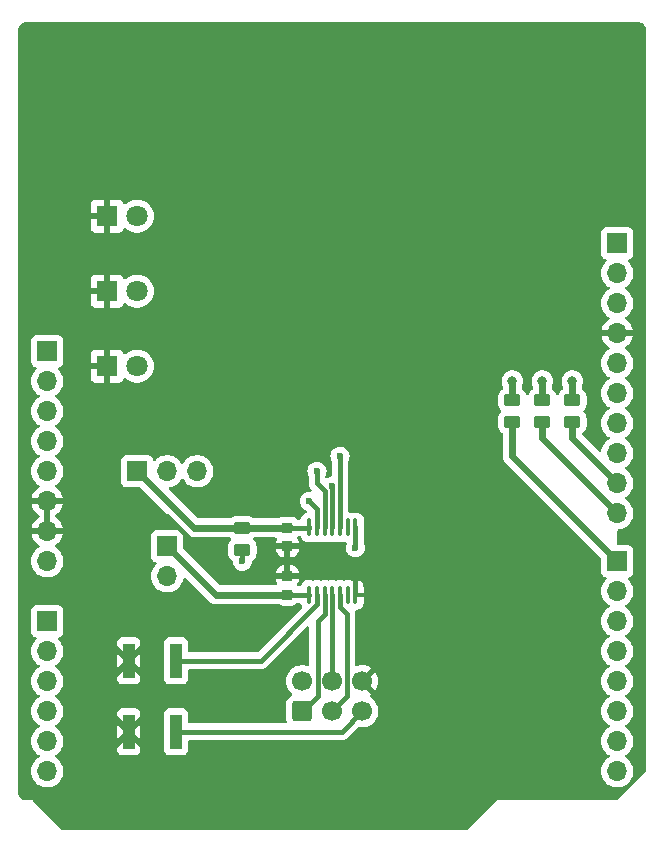
<source format=gbr>
%TF.GenerationSoftware,KiCad,Pcbnew,7.0.10-7.0.10~ubuntu22.04.1*%
%TF.CreationDate,2024-01-22T23:32:41-05:00*%
%TF.ProjectId,arduino_icsp_shield,61726475-696e-46f5-9f69-6373705f7368,rev?*%
%TF.SameCoordinates,Original*%
%TF.FileFunction,Copper,L1,Top*%
%TF.FilePolarity,Positive*%
%FSLAX46Y46*%
G04 Gerber Fmt 4.6, Leading zero omitted, Abs format (unit mm)*
G04 Created by KiCad (PCBNEW 7.0.10-7.0.10~ubuntu22.04.1) date 2024-01-22 23:32:41*
%MOMM*%
%LPD*%
G01*
G04 APERTURE LIST*
G04 Aperture macros list*
%AMRoundRect*
0 Rectangle with rounded corners*
0 $1 Rounding radius*
0 $2 $3 $4 $5 $6 $7 $8 $9 X,Y pos of 4 corners*
0 Add a 4 corners polygon primitive as box body*
4,1,4,$2,$3,$4,$5,$6,$7,$8,$9,$2,$3,0*
0 Add four circle primitives for the rounded corners*
1,1,$1+$1,$2,$3*
1,1,$1+$1,$4,$5*
1,1,$1+$1,$6,$7*
1,1,$1+$1,$8,$9*
0 Add four rect primitives between the rounded corners*
20,1,$1+$1,$2,$3,$4,$5,0*
20,1,$1+$1,$4,$5,$6,$7,0*
20,1,$1+$1,$6,$7,$8,$9,0*
20,1,$1+$1,$8,$9,$2,$3,0*%
G04 Aperture macros list end*
%TA.AperFunction,ComponentPad*%
%ADD10R,1.700000X1.700000*%
%TD*%
%TA.AperFunction,ComponentPad*%
%ADD11O,1.700000X1.700000*%
%TD*%
%TA.AperFunction,SMDPad,CuDef*%
%ADD12RoundRect,0.225000X-0.250000X0.225000X-0.250000X-0.225000X0.250000X-0.225000X0.250000X0.225000X0*%
%TD*%
%TA.AperFunction,SMDPad,CuDef*%
%ADD13RoundRect,0.225000X0.250000X-0.225000X0.250000X0.225000X-0.250000X0.225000X-0.250000X-0.225000X0*%
%TD*%
%TA.AperFunction,SMDPad,CuDef*%
%ADD14R,1.000000X3.000000*%
%TD*%
%TA.AperFunction,SMDPad,CuDef*%
%ADD15RoundRect,0.100000X0.100000X-0.637500X0.100000X0.637500X-0.100000X0.637500X-0.100000X-0.637500X0*%
%TD*%
%TA.AperFunction,SMDPad,CuDef*%
%ADD16RoundRect,0.250000X-0.450000X0.262500X-0.450000X-0.262500X0.450000X-0.262500X0.450000X0.262500X0*%
%TD*%
%TA.AperFunction,SMDPad,CuDef*%
%ADD17RoundRect,0.250000X0.450000X-0.262500X0.450000X0.262500X-0.450000X0.262500X-0.450000X-0.262500X0*%
%TD*%
%TA.AperFunction,ComponentPad*%
%ADD18RoundRect,0.250000X0.600000X-0.600000X0.600000X0.600000X-0.600000X0.600000X-0.600000X-0.600000X0*%
%TD*%
%TA.AperFunction,ComponentPad*%
%ADD19C,1.700000*%
%TD*%
%TA.AperFunction,ComponentPad*%
%ADD20R,1.800000X1.800000*%
%TD*%
%TA.AperFunction,ComponentPad*%
%ADD21C,1.800000*%
%TD*%
%TA.AperFunction,ViaPad*%
%ADD22C,0.600000*%
%TD*%
%TA.AperFunction,ViaPad*%
%ADD23C,0.800000*%
%TD*%
%TA.AperFunction,Conductor*%
%ADD24C,0.400000*%
%TD*%
%TA.AperFunction,Conductor*%
%ADD25C,0.600000*%
%TD*%
G04 APERTURE END LIST*
D10*
%TO.P,JP2,1,A*%
%TO.N,/ICSP_VCC*%
X112700000Y-75870000D03*
D11*
%TO.P,JP2,2,B*%
%TO.N,/ICSP_VOUT*%
X112700000Y-78410000D03*
%TD*%
D12*
%TO.P,C2,1*%
%TO.N,GND*%
X122860000Y-78410000D03*
%TO.P,C2,2*%
%TO.N,/ICSP_VCC*%
X122860000Y-79960000D03*
%TD*%
D13*
%TO.P,C1,1*%
%TO.N,GND*%
X122860000Y-75870000D03*
%TO.P,C1,2*%
%TO.N,+5V*%
X122860000Y-74320000D03*
%TD*%
D14*
%TO.P,SW1,1,C*%
%TO.N,/ICSP_RESET*%
X113430000Y-91570000D03*
%TO.P,SW1,2,NC*%
%TO.N,/RESET*%
X113430000Y-85570000D03*
%TO.P,SW1,3,NO*%
%TO.N,GND*%
X109430000Y-85570000D03*
X109430000Y-91570000D03*
%TD*%
D15*
%TO.P,U1,1,VCCA*%
%TO.N,/ICSP_VCC*%
X124720000Y-80002500D03*
%TO.P,U1,2,A1*%
%TO.N,/RESET*%
X125370000Y-80002500D03*
%TO.P,U1,3,A2*%
%TO.N,/ICSP_MISO*%
X126020000Y-80002500D03*
%TO.P,U1,4,A3*%
%TO.N,/ICSP_MOSI*%
X126670000Y-80002500D03*
%TO.P,U1,5,A4*%
%TO.N,/ICSP_SCK*%
X127320000Y-80002500D03*
%TO.P,U1,6,NC*%
%TO.N,unconnected-(U1-NC-Pad6)*%
X127970000Y-80002500D03*
%TO.P,U1,7,GND*%
%TO.N,GND*%
X128620000Y-80002500D03*
%TO.P,U1,8,EN*%
%TO.N,/ENABLE*%
X128620000Y-74277500D03*
%TO.P,U1,9,NC*%
%TO.N,unconnected-(U1-NC-Pad9)*%
X127970000Y-74277500D03*
%TO.P,U1,10,Y4*%
%TO.N,/D13{slash}SCK*%
X127320000Y-74277500D03*
%TO.P,U1,11,Y3*%
%TO.N,/D11{slash}MOSI*%
X126670000Y-74277500D03*
%TO.P,U1,12,Y2*%
%TO.N,/D12{slash}MISO*%
X126020000Y-74277500D03*
%TO.P,U1,13,Y1*%
%TO.N,/D10{slash}RESET*%
X125370000Y-74277500D03*
%TO.P,U1,14,VCCY*%
%TO.N,+5V*%
X124720000Y-74277500D03*
%TD*%
D16*
%TO.P,R4,1*%
%TO.N,+5V*%
X119050000Y-74346000D03*
%TO.P,R4,2*%
%TO.N,/ENABLE*%
X119050000Y-76171000D03*
%TD*%
D17*
%TO.P,R3,1*%
%TO.N,/D7{slash}PROG*%
X141910000Y-65352500D03*
%TO.P,R3,2*%
%TO.N,/PROG_LED*%
X141910000Y-63527500D03*
%TD*%
%TO.P,R2,1*%
%TO.N,/D8{slash}ERROR*%
X144450000Y-65352500D03*
%TO.P,R2,2*%
%TO.N,/ERR_LED*%
X144450000Y-63527500D03*
%TD*%
%TO.P,R1,1*%
%TO.N,/D9{slash}HB*%
X146990000Y-65352500D03*
%TO.P,R1,2*%
%TO.N,/HB_LED*%
X146990000Y-63527500D03*
%TD*%
D18*
%TO.P,J5,1,Pin_1*%
%TO.N,/ICSP_MISO*%
X124130000Y-89840000D03*
D19*
%TO.P,J5,2,Pin_2*%
%TO.N,/ICSP_VOUT*%
X124130000Y-87300000D03*
%TO.P,J5,3,Pin_3*%
%TO.N,/ICSP_SCK*%
X126670000Y-89840000D03*
%TO.P,J5,4,Pin_4*%
%TO.N,/ICSP_MOSI*%
X126670000Y-87300000D03*
%TO.P,J5,5,Pin_5*%
%TO.N,/ICSP_RESET*%
X129210000Y-89840000D03*
%TO.P,J5,6,Pin_6*%
%TO.N,GND*%
X129210000Y-87300000D03*
%TD*%
D11*
%TO.P,JP1,3,B*%
%TO.N,+3V3*%
X115240000Y-69520000D03*
%TO.P,JP1,2,C*%
%TO.N,/ICSP_VCC*%
X112700000Y-69520000D03*
D10*
%TO.P,JP1,1,A*%
%TO.N,+5V*%
X110160000Y-69520000D03*
%TD*%
D20*
%TO.P,D2,1,K*%
%TO.N,GND*%
X107620000Y-60630000D03*
D21*
%TO.P,D2,2,A*%
%TO.N,/ERR_LED*%
X110160000Y-60630000D03*
%TD*%
D20*
%TO.P,D3,1,K*%
%TO.N,GND*%
X107620000Y-54280000D03*
D21*
%TO.P,D3,2,A*%
%TO.N,/PROG_LED*%
X110160000Y-54280000D03*
%TD*%
D20*
%TO.P,D1,1,K*%
%TO.N,GND*%
X107620000Y-47930000D03*
D21*
%TO.P,D1,2,A*%
%TO.N,/HB_LED*%
X110160000Y-47930000D03*
%TD*%
D10*
%TO.P,J1,1,Pin_1*%
%TO.N,unconnected-(J1-Pin_1-Pad1)*%
X102540000Y-59360000D03*
D11*
%TO.P,J1,2,Pin_2*%
%TO.N,/IOREF*%
X102540000Y-61900000D03*
%TO.P,J1,3,Pin_3*%
%TO.N,/~{RESET}*%
X102540000Y-64440000D03*
%TO.P,J1,4,Pin_4*%
%TO.N,+3V3*%
X102540000Y-66980000D03*
%TO.P,J1,5,Pin_5*%
%TO.N,+5V*%
X102540000Y-69520000D03*
%TO.P,J1,6,Pin_6*%
%TO.N,GND*%
X102540000Y-72060000D03*
%TO.P,J1,7,Pin_7*%
X102540000Y-74600000D03*
%TO.P,J1,8,Pin_8*%
%TO.N,/Vin*%
X102540000Y-77140000D03*
%TD*%
D10*
%TO.P,J3,1,Pin_1*%
%TO.N,/A0*%
X102540000Y-82220000D03*
D11*
%TO.P,J3,2,Pin_2*%
%TO.N,/A1*%
X102540000Y-84760000D03*
%TO.P,J3,3,Pin_3*%
%TO.N,/A2*%
X102540000Y-87300000D03*
%TO.P,J3,4,Pin_4*%
%TO.N,/A3*%
X102540000Y-89840000D03*
%TO.P,J3,5,Pin_5*%
%TO.N,/A4*%
X102540000Y-92380000D03*
%TO.P,J3,6,Pin_6*%
%TO.N,/A5*%
X102540000Y-94920000D03*
%TD*%
D10*
%TO.P,J2,1,Pin_1*%
%TO.N,/SCL*%
X150800000Y-50216000D03*
D11*
%TO.P,J2,2,Pin_2*%
%TO.N,/SDA*%
X150800000Y-52756000D03*
%TO.P,J2,3,Pin_3*%
%TO.N,/AREF*%
X150800000Y-55296000D03*
%TO.P,J2,4,Pin_4*%
%TO.N,GND*%
X150800000Y-57836000D03*
%TO.P,J2,5,Pin_5*%
%TO.N,/D13{slash}SCK*%
X150800000Y-60376000D03*
%TO.P,J2,6,Pin_6*%
%TO.N,/D12{slash}MISO*%
X150800000Y-62916000D03*
%TO.P,J2,7,Pin_7*%
%TO.N,/D11{slash}MOSI*%
X150800000Y-65456000D03*
%TO.P,J2,8,Pin_8*%
%TO.N,/D10{slash}RESET*%
X150800000Y-67996000D03*
%TO.P,J2,9,Pin_9*%
%TO.N,/D9{slash}HB*%
X150800000Y-70536000D03*
%TO.P,J2,10,Pin_10*%
%TO.N,/D8{slash}ERROR*%
X150800000Y-73076000D03*
%TD*%
D10*
%TO.P,J4,1,Pin_1*%
%TO.N,/D7{slash}PROG*%
X150800000Y-77140000D03*
D11*
%TO.P,J4,2,Pin_2*%
%TO.N,/D6*%
X150800000Y-79680000D03*
%TO.P,J4,3,Pin_3*%
%TO.N,/D5*%
X150800000Y-82220000D03*
%TO.P,J4,4,Pin_4*%
%TO.N,/D4*%
X150800000Y-84760000D03*
%TO.P,J4,5,Pin_5*%
%TO.N,/D3*%
X150800000Y-87300000D03*
%TO.P,J4,6,Pin_6*%
%TO.N,/D0*%
X150800000Y-89840000D03*
%TO.P,J4,7,Pin_7*%
%TO.N,/TX{slash}1*%
X150800000Y-92380000D03*
%TO.P,J4,8,Pin_8*%
%TO.N,/RX{slash}0*%
X150800000Y-94920000D03*
%TD*%
D22*
%TO.N,GND*%
X136830000Y-73330000D03*
X108890000Y-63805000D03*
X108890000Y-57455000D03*
X108890000Y-44755000D03*
X108890000Y-51105000D03*
X100635000Y-56820000D03*
X100635000Y-79680000D03*
X106985000Y-75870000D03*
X136195000Y-78410000D03*
X148260000Y-87935000D03*
X136195000Y-89205000D03*
X144450000Y-80315000D03*
X131750000Y-87300000D03*
X130480000Y-86030000D03*
X130480000Y-88570000D03*
X129210000Y-84760000D03*
X107620000Y-93015000D03*
X111430000Y-93015000D03*
X111430000Y-84125000D03*
X107620000Y-84125000D03*
X108890000Y-88570000D03*
X111430000Y-90475000D03*
X111430000Y-86030000D03*
X113970000Y-82220000D03*
X111430000Y-73330000D03*
X129210000Y-81585000D03*
X129845000Y-80950000D03*
X129845000Y-79680000D03*
X119685000Y-72695000D03*
X113970000Y-70790000D03*
X123495000Y-72695000D03*
X128575000Y-66980000D03*
X129845000Y-73330000D03*
X144450000Y-73330000D03*
X140005000Y-66980000D03*
X140005000Y-64440000D03*
X148260000Y-61265000D03*
X143180000Y-60630000D03*
X139370000Y-61900000D03*
X126670000Y-58725000D03*
X126670000Y-51105000D03*
X144450000Y-45390000D03*
X144450000Y-54280000D03*
X126670000Y-45390000D03*
X101270000Y-47930000D03*
X126670000Y-32690000D03*
X101270000Y-32690000D03*
X152070000Y-32690000D03*
X152705000Y-48565000D03*
X121590000Y-99365000D03*
X150800000Y-96825000D03*
X140640000Y-96825000D03*
X137465000Y-99365000D03*
X104445000Y-99365000D03*
X100635000Y-96190000D03*
X113670000Y-88500000D03*
X122170000Y-90500000D03*
X122170000Y-86000000D03*
X124170000Y-83500000D03*
X116670000Y-84500000D03*
X118170000Y-82000000D03*
X120170000Y-83500000D03*
X122670000Y-81500000D03*
X114605000Y-75870000D03*
D23*
X151435000Y-75235000D03*
%TO.N,/PROG_LED*%
X141910000Y-61900000D03*
%TO.N,/ERR_LED*%
X144450000Y-61900000D03*
%TO.N,/HB_LED*%
X146990000Y-61900000D03*
D22*
%TO.N,GND*%
X128670000Y-78250000D03*
X124670000Y-78250000D03*
X124670000Y-76000000D03*
X121420000Y-78500000D03*
X121420000Y-75750000D03*
%TO.N,/ENABLE*%
X128620000Y-76000000D03*
X119050000Y-77140000D03*
%TO.N,/D13{slash}SCK*%
X127320000Y-68250000D03*
%TO.N,/D12{slash}MISO*%
X125370000Y-69520000D03*
%TO.N,/D11{slash}MOSI*%
X126620000Y-70790000D03*
%TO.N,/D10{slash}RESET*%
X124720000Y-72060000D03*
%TD*%
D24*
%TO.N,GND*%
X111430000Y-73330000D02*
X112660000Y-73330000D01*
X112660000Y-73330000D02*
X114605000Y-75275000D01*
X114605000Y-75275000D02*
X114605000Y-75870000D01*
D25*
%TO.N,/D7{slash}PROG*%
X141910000Y-65352500D02*
X141910000Y-68250000D01*
X141910000Y-68250000D02*
X150800000Y-77140000D01*
%TO.N,/D8{slash}ERROR*%
X144450000Y-65352500D02*
X144450000Y-66726000D01*
X144450000Y-66726000D02*
X150800000Y-73076000D01*
%TO.N,/D9{slash}HB*%
X146990000Y-65352500D02*
X146990000Y-66726000D01*
X146990000Y-66726000D02*
X150800000Y-70536000D01*
%TO.N,/PROG_LED*%
X141910000Y-63527500D02*
X141910000Y-61900000D01*
%TO.N,/ERR_LED*%
X144450000Y-63527500D02*
X144450000Y-61900000D01*
%TO.N,/HB_LED*%
X146990000Y-63527500D02*
X146990000Y-61900000D01*
D24*
%TO.N,/ENABLE*%
X128620000Y-76000000D02*
X128620000Y-74277500D01*
%TO.N,GND*%
X128620000Y-78300000D02*
X128670000Y-78250000D01*
X128620000Y-80002500D02*
X128620000Y-78300000D01*
%TO.N,/ENABLE*%
X119050000Y-76171000D02*
X119050000Y-77140000D01*
D25*
%TO.N,+5V*%
X110160000Y-69520000D02*
X114960000Y-74320000D01*
X114960000Y-74320000D02*
X122860000Y-74320000D01*
%TO.N,/ICSP_VCC*%
X122860000Y-79960000D02*
X116790000Y-79960000D01*
X116790000Y-79960000D02*
X112700000Y-75870000D01*
D24*
%TO.N,/D12{slash}MISO*%
X126020000Y-74277500D02*
X126020000Y-71179950D01*
X126020000Y-71179950D02*
X125370000Y-70529950D01*
X125370000Y-70529950D02*
X125370000Y-69520000D01*
%TO.N,/D10{slash}RESET*%
X124720000Y-72060000D02*
X125370000Y-72710000D01*
X125370000Y-72710000D02*
X125370000Y-74277500D01*
%TO.N,/D11{slash}MOSI*%
X126620000Y-70790000D02*
X126670000Y-70840000D01*
X126670000Y-70840000D02*
X126670000Y-74277500D01*
%TO.N,/D13{slash}SCK*%
X127320000Y-74277500D02*
X127320000Y-68250000D01*
%TO.N,/ICSP_MISO*%
X124130000Y-89840000D02*
X125420000Y-88550000D01*
X125420000Y-88550000D02*
X125420000Y-82200000D01*
X125420000Y-82200000D02*
X126020000Y-81600000D01*
X126020000Y-81600000D02*
X126020000Y-80002500D01*
%TO.N,/RESET*%
X125370000Y-80002500D02*
X125370000Y-80799878D01*
X125370000Y-80799878D02*
X120599878Y-85570000D01*
X120599878Y-85570000D02*
X113430000Y-85570000D01*
%TO.N,/ICSP_RESET*%
X129210000Y-89840000D02*
X127480000Y-91570000D01*
X127480000Y-91570000D02*
X113430000Y-91570000D01*
%TO.N,+5V*%
X122860000Y-74320000D02*
X124677500Y-74320000D01*
X124677500Y-74320000D02*
X124720000Y-74277500D01*
%TO.N,/ICSP_VCC*%
X122860000Y-79960000D02*
X124677500Y-79960000D01*
X124677500Y-79960000D02*
X124720000Y-80002500D01*
%TO.N,/ICSP_SCK*%
X126670000Y-89840000D02*
X127920000Y-88590000D01*
X127920000Y-88590000D02*
X127920000Y-81600000D01*
X127920000Y-81600000D02*
X127320000Y-81000000D01*
X127320000Y-81000000D02*
X127320000Y-80002500D01*
%TO.N,/ICSP_MOSI*%
X126670000Y-80002500D02*
X126670000Y-87300000D01*
%TD*%
%TA.AperFunction,Conductor*%
%TO.N,GND*%
G36*
X102790000Y-74164498D02*
G01*
X102682315Y-74115320D01*
X102575763Y-74100000D01*
X102504237Y-74100000D01*
X102397685Y-74115320D01*
X102290000Y-74164498D01*
X102290000Y-72495501D01*
X102397685Y-72544680D01*
X102504237Y-72560000D01*
X102575763Y-72560000D01*
X102682315Y-72544680D01*
X102790000Y-72495501D01*
X102790000Y-74164498D01*
G37*
%TD.AperFunction*%
%TA.AperFunction,Conductor*%
G36*
X152584061Y-31496097D02*
G01*
X152699777Y-31507494D01*
X152723612Y-31512234D01*
X152829037Y-31544215D01*
X152851476Y-31553510D01*
X152948629Y-31605439D01*
X152968839Y-31618943D01*
X153053988Y-31688823D01*
X153071176Y-31706011D01*
X153141056Y-31791160D01*
X153154561Y-31811372D01*
X153206486Y-31908517D01*
X153215786Y-31930968D01*
X153242625Y-32019445D01*
X153247763Y-32036381D01*
X153252505Y-32060221D01*
X153263903Y-32175937D01*
X153264500Y-32188092D01*
X153264500Y-94837364D01*
X153244815Y-94904403D01*
X153228181Y-94925045D01*
X150805045Y-97348181D01*
X150743722Y-97381666D01*
X150717364Y-97384500D01*
X140684986Y-97384500D01*
X140665713Y-97381962D01*
X140643710Y-97383887D01*
X140642101Y-97384028D01*
X140631296Y-97384500D01*
X140626683Y-97384500D01*
X140622136Y-97385301D01*
X140611435Y-97386710D01*
X140606043Y-97387181D01*
X140596461Y-97391649D01*
X140588352Y-97398453D01*
X140587744Y-97399508D01*
X140568042Y-97425182D01*
X138105045Y-99888181D01*
X138043722Y-99921666D01*
X138017364Y-99924500D01*
X103892636Y-99924500D01*
X103825597Y-99904815D01*
X103804955Y-99888181D01*
X101355197Y-97438423D01*
X101343366Y-97423003D01*
X101325210Y-97407768D01*
X101317236Y-97400461D01*
X101313975Y-97397200D01*
X101310200Y-97394557D01*
X101301616Y-97387971D01*
X101300676Y-97387182D01*
X101297480Y-97384500D01*
X101297479Y-97384500D01*
X101287536Y-97380880D01*
X101277003Y-97379959D01*
X101275826Y-97380275D01*
X101243732Y-97384500D01*
X100768093Y-97384500D01*
X100755939Y-97383903D01*
X100747995Y-97383120D01*
X100640221Y-97372505D01*
X100616381Y-97367763D01*
X100599445Y-97362625D01*
X100510968Y-97335786D01*
X100488517Y-97326486D01*
X100391372Y-97274561D01*
X100371160Y-97261056D01*
X100286011Y-97191176D01*
X100268823Y-97173988D01*
X100198943Y-97088839D01*
X100185438Y-97068627D01*
X100133510Y-96971476D01*
X100124215Y-96949037D01*
X100092234Y-96843612D01*
X100087494Y-96819777D01*
X100076097Y-96704061D01*
X100075500Y-96691907D01*
X100075500Y-94920005D01*
X101176844Y-94920005D01*
X101195434Y-95144359D01*
X101195436Y-95144371D01*
X101250703Y-95362614D01*
X101341140Y-95568792D01*
X101464276Y-95757265D01*
X101464284Y-95757276D01*
X101616756Y-95922902D01*
X101616760Y-95922906D01*
X101794424Y-96061189D01*
X101794425Y-96061189D01*
X101794427Y-96061191D01*
X101921135Y-96129761D01*
X101992426Y-96168342D01*
X102205365Y-96241444D01*
X102427431Y-96278500D01*
X102652569Y-96278500D01*
X102874635Y-96241444D01*
X103087574Y-96168342D01*
X103285576Y-96061189D01*
X103463240Y-95922906D01*
X103615722Y-95757268D01*
X103738860Y-95568791D01*
X103829296Y-95362616D01*
X103884564Y-95144368D01*
X103884565Y-95144359D01*
X103903156Y-94920005D01*
X103903156Y-94919994D01*
X103884565Y-94695640D01*
X103884563Y-94695628D01*
X103829296Y-94477385D01*
X103738859Y-94271207D01*
X103615723Y-94082734D01*
X103615715Y-94082723D01*
X103463243Y-93917097D01*
X103463238Y-93917092D01*
X103285577Y-93778812D01*
X103285578Y-93778812D01*
X103285576Y-93778811D01*
X103249070Y-93759055D01*
X103199479Y-93709836D01*
X103184371Y-93641619D01*
X103208541Y-93576064D01*
X103249070Y-93540945D01*
X103249084Y-93540936D01*
X103285576Y-93521189D01*
X103463240Y-93382906D01*
X103615722Y-93217268D01*
X103680679Y-93117844D01*
X108430000Y-93117844D01*
X108436401Y-93177372D01*
X108436403Y-93177379D01*
X108486645Y-93312086D01*
X108486649Y-93312093D01*
X108572809Y-93427187D01*
X108572812Y-93427190D01*
X108687906Y-93513350D01*
X108687913Y-93513354D01*
X108822620Y-93563596D01*
X108822627Y-93563598D01*
X108882155Y-93569999D01*
X108882172Y-93570000D01*
X109977828Y-93570000D01*
X109977844Y-93569999D01*
X110037372Y-93563598D01*
X110037379Y-93563596D01*
X110172086Y-93513354D01*
X110172093Y-93513350D01*
X110287187Y-93427190D01*
X110287190Y-93427187D01*
X110373350Y-93312093D01*
X110373354Y-93312086D01*
X110423596Y-93177379D01*
X110423598Y-93177372D01*
X110429999Y-93117844D01*
X110430000Y-93117827D01*
X110430000Y-92923553D01*
X109430000Y-91923553D01*
X108430000Y-92923552D01*
X108430000Y-93117844D01*
X103680679Y-93117844D01*
X103738860Y-93028791D01*
X103829296Y-92822616D01*
X103884564Y-92604368D01*
X103903156Y-92380000D01*
X103899465Y-92335461D01*
X103884565Y-92155640D01*
X103884563Y-92155628D01*
X103829296Y-91937385D01*
X103738859Y-91731207D01*
X103615723Y-91542734D01*
X103615715Y-91542723D01*
X103463243Y-91377097D01*
X103463238Y-91377092D01*
X103285577Y-91238812D01*
X103285578Y-91238812D01*
X103285576Y-91238811D01*
X103249070Y-91219055D01*
X103199479Y-91169836D01*
X103184371Y-91101619D01*
X103208541Y-91036064D01*
X103249070Y-91000945D01*
X103249084Y-91000936D01*
X103285576Y-90981189D01*
X103359627Y-90923552D01*
X108430000Y-90923552D01*
X108430000Y-92216447D01*
X109076447Y-91570000D01*
X109783553Y-91570000D01*
X110429999Y-92216447D01*
X110430000Y-92216446D01*
X110430000Y-90923553D01*
X110429999Y-90923552D01*
X109783553Y-91569999D01*
X109783553Y-91570000D01*
X109076447Y-91570000D01*
X109076447Y-91569999D01*
X108430000Y-90923552D01*
X103359627Y-90923552D01*
X103463240Y-90842906D01*
X103615722Y-90677268D01*
X103738860Y-90488791D01*
X103829296Y-90282616D01*
X103846052Y-90216447D01*
X108430000Y-90216447D01*
X109430000Y-91216447D01*
X110429999Y-90216447D01*
X110430000Y-90216446D01*
X110430000Y-90022172D01*
X110429999Y-90022155D01*
X110423598Y-89962627D01*
X110423596Y-89962620D01*
X110373354Y-89827913D01*
X110373350Y-89827906D01*
X110287190Y-89712812D01*
X110287187Y-89712809D01*
X110172093Y-89626649D01*
X110172086Y-89626645D01*
X110037379Y-89576403D01*
X110037372Y-89576401D01*
X109977844Y-89570000D01*
X108882155Y-89570000D01*
X108822627Y-89576401D01*
X108822620Y-89576403D01*
X108687913Y-89626645D01*
X108687906Y-89626649D01*
X108572812Y-89712809D01*
X108572809Y-89712812D01*
X108486649Y-89827906D01*
X108486645Y-89827913D01*
X108436403Y-89962620D01*
X108436401Y-89962627D01*
X108430000Y-90022155D01*
X108430000Y-90216447D01*
X103846052Y-90216447D01*
X103884564Y-90064368D01*
X103892995Y-89962627D01*
X103903156Y-89840005D01*
X103903156Y-89839994D01*
X103884565Y-89615640D01*
X103884563Y-89615628D01*
X103829296Y-89397385D01*
X103738859Y-89191207D01*
X103615723Y-89002734D01*
X103615715Y-89002723D01*
X103463243Y-88837097D01*
X103463238Y-88837092D01*
X103285577Y-88698812D01*
X103285578Y-88698812D01*
X103285576Y-88698811D01*
X103249070Y-88679055D01*
X103199479Y-88629836D01*
X103184371Y-88561619D01*
X103208541Y-88496064D01*
X103249070Y-88460945D01*
X103253074Y-88458778D01*
X103285576Y-88441189D01*
X103463240Y-88302906D01*
X103615722Y-88137268D01*
X103738860Y-87948791D01*
X103829296Y-87742616D01*
X103884564Y-87524368D01*
X103884565Y-87524359D01*
X103903156Y-87300005D01*
X103903156Y-87299994D01*
X103888062Y-87117844D01*
X108430000Y-87117844D01*
X108436401Y-87177372D01*
X108436403Y-87177379D01*
X108486645Y-87312086D01*
X108486649Y-87312093D01*
X108572809Y-87427187D01*
X108572812Y-87427190D01*
X108687906Y-87513350D01*
X108687913Y-87513354D01*
X108822620Y-87563596D01*
X108822627Y-87563598D01*
X108882155Y-87569999D01*
X108882172Y-87570000D01*
X109977828Y-87570000D01*
X109977844Y-87569999D01*
X110037372Y-87563598D01*
X110037379Y-87563596D01*
X110172086Y-87513354D01*
X110172093Y-87513350D01*
X110287187Y-87427190D01*
X110287190Y-87427187D01*
X110373350Y-87312093D01*
X110373354Y-87312086D01*
X110423596Y-87177379D01*
X110423598Y-87177372D01*
X110429999Y-87117844D01*
X110430000Y-87117827D01*
X110430000Y-86923553D01*
X109430000Y-85923553D01*
X108430000Y-86923552D01*
X108430000Y-87117844D01*
X103888062Y-87117844D01*
X103884565Y-87075640D01*
X103884563Y-87075628D01*
X103829296Y-86857385D01*
X103820142Y-86836516D01*
X103738860Y-86651209D01*
X103615722Y-86462732D01*
X103615719Y-86462729D01*
X103615715Y-86462723D01*
X103463243Y-86297097D01*
X103463238Y-86297092D01*
X103344797Y-86204905D01*
X103285576Y-86158811D01*
X103249070Y-86139055D01*
X103199479Y-86089836D01*
X103184371Y-86021619D01*
X103208541Y-85956064D01*
X103249070Y-85920945D01*
X103249084Y-85920936D01*
X103285576Y-85901189D01*
X103463240Y-85762906D01*
X103615722Y-85597268D01*
X103738860Y-85408791D01*
X103829296Y-85202616D01*
X103884564Y-84984368D01*
X103884565Y-84984359D01*
X103889604Y-84923552D01*
X108430000Y-84923552D01*
X108430000Y-86216447D01*
X109076447Y-85570000D01*
X109783553Y-85570000D01*
X110429999Y-86216447D01*
X110430000Y-86216446D01*
X110430000Y-84923553D01*
X110429999Y-84923552D01*
X109783553Y-85569999D01*
X109783553Y-85570000D01*
X109076447Y-85570000D01*
X109076447Y-85569999D01*
X108430000Y-84923552D01*
X103889604Y-84923552D01*
X103903156Y-84760005D01*
X103903156Y-84759994D01*
X103884565Y-84535640D01*
X103884563Y-84535628D01*
X103829296Y-84317385D01*
X103785021Y-84216447D01*
X108430000Y-84216447D01*
X109430000Y-85216447D01*
X110429999Y-84216447D01*
X110430000Y-84216446D01*
X110430000Y-84022172D01*
X110429999Y-84022155D01*
X110423598Y-83962627D01*
X110423596Y-83962620D01*
X110373354Y-83827913D01*
X110373350Y-83827906D01*
X110287190Y-83712812D01*
X110287187Y-83712809D01*
X110172093Y-83626649D01*
X110172086Y-83626645D01*
X110037379Y-83576403D01*
X110037372Y-83576401D01*
X109977844Y-83570000D01*
X108882155Y-83570000D01*
X108822627Y-83576401D01*
X108822620Y-83576403D01*
X108687913Y-83626645D01*
X108687906Y-83626649D01*
X108572812Y-83712809D01*
X108572809Y-83712812D01*
X108486649Y-83827906D01*
X108486645Y-83827913D01*
X108436403Y-83962620D01*
X108436401Y-83962627D01*
X108430000Y-84022155D01*
X108430000Y-84216447D01*
X103785021Y-84216447D01*
X103738859Y-84111207D01*
X103677291Y-84016970D01*
X103615722Y-83922732D01*
X103615719Y-83922729D01*
X103615715Y-83922723D01*
X103470510Y-83764991D01*
X103439587Y-83702337D01*
X103447447Y-83632911D01*
X103491594Y-83578755D01*
X103518405Y-83564827D01*
X103598584Y-83534920D01*
X103636204Y-83520889D01*
X103753261Y-83433261D01*
X103840889Y-83316204D01*
X103891989Y-83179201D01*
X103895591Y-83145692D01*
X103898499Y-83118654D01*
X103898500Y-83118637D01*
X103898500Y-81321362D01*
X103898499Y-81321345D01*
X103892798Y-81268325D01*
X103891989Y-81260799D01*
X103884265Y-81240091D01*
X103861817Y-81179906D01*
X103840889Y-81123796D01*
X103753261Y-81006739D01*
X103636204Y-80919111D01*
X103634563Y-80918499D01*
X103499203Y-80868011D01*
X103438654Y-80861500D01*
X103438638Y-80861500D01*
X101641362Y-80861500D01*
X101641345Y-80861500D01*
X101580797Y-80868011D01*
X101580795Y-80868011D01*
X101443795Y-80919111D01*
X101326739Y-81006739D01*
X101239111Y-81123795D01*
X101188011Y-81260795D01*
X101188011Y-81260797D01*
X101181500Y-81321345D01*
X101181500Y-83118654D01*
X101188011Y-83179202D01*
X101188011Y-83179204D01*
X101239111Y-83316204D01*
X101326739Y-83433261D01*
X101443796Y-83520889D01*
X101495737Y-83540262D01*
X101561595Y-83564827D01*
X101617528Y-83606699D01*
X101641944Y-83672163D01*
X101627092Y-83740436D01*
X101609490Y-83764991D01*
X101464279Y-83922730D01*
X101464276Y-83922734D01*
X101341140Y-84111207D01*
X101250703Y-84317385D01*
X101195436Y-84535628D01*
X101195434Y-84535640D01*
X101176844Y-84759994D01*
X101176844Y-84760005D01*
X101195434Y-84984359D01*
X101195436Y-84984371D01*
X101250703Y-85202614D01*
X101341140Y-85408792D01*
X101464276Y-85597265D01*
X101464284Y-85597276D01*
X101616756Y-85762902D01*
X101616760Y-85762906D01*
X101794424Y-85901189D01*
X101794429Y-85901191D01*
X101794431Y-85901193D01*
X101830930Y-85920946D01*
X101880520Y-85970165D01*
X101895628Y-86038382D01*
X101871457Y-86103937D01*
X101830930Y-86139054D01*
X101794431Y-86158806D01*
X101794422Y-86158812D01*
X101616761Y-86297092D01*
X101616756Y-86297097D01*
X101464284Y-86462723D01*
X101464276Y-86462734D01*
X101341140Y-86651207D01*
X101250703Y-86857385D01*
X101195436Y-87075628D01*
X101195434Y-87075640D01*
X101176844Y-87299994D01*
X101176844Y-87300005D01*
X101195434Y-87524359D01*
X101195436Y-87524371D01*
X101250703Y-87742614D01*
X101341140Y-87948792D01*
X101464276Y-88137265D01*
X101464284Y-88137276D01*
X101616756Y-88302902D01*
X101616760Y-88302906D01*
X101794424Y-88441189D01*
X101794429Y-88441191D01*
X101794431Y-88441193D01*
X101830930Y-88460946D01*
X101880520Y-88510165D01*
X101895628Y-88578382D01*
X101871457Y-88643937D01*
X101830930Y-88679054D01*
X101794431Y-88698806D01*
X101794422Y-88698812D01*
X101616761Y-88837092D01*
X101616756Y-88837097D01*
X101464284Y-89002723D01*
X101464276Y-89002734D01*
X101341140Y-89191207D01*
X101250703Y-89397385D01*
X101195436Y-89615628D01*
X101195434Y-89615640D01*
X101176844Y-89839994D01*
X101176844Y-89840005D01*
X101195434Y-90064359D01*
X101195436Y-90064371D01*
X101250703Y-90282614D01*
X101341140Y-90488792D01*
X101464276Y-90677265D01*
X101464284Y-90677276D01*
X101616756Y-90842902D01*
X101616761Y-90842907D01*
X101640649Y-90861500D01*
X101794424Y-90981189D01*
X101794429Y-90981191D01*
X101794431Y-90981193D01*
X101830930Y-91000946D01*
X101880520Y-91050165D01*
X101895628Y-91118382D01*
X101871457Y-91183937D01*
X101830930Y-91219054D01*
X101794431Y-91238806D01*
X101794422Y-91238812D01*
X101616761Y-91377092D01*
X101616756Y-91377097D01*
X101464284Y-91542723D01*
X101464276Y-91542734D01*
X101341140Y-91731207D01*
X101250703Y-91937385D01*
X101195436Y-92155628D01*
X101195434Y-92155640D01*
X101176844Y-92379994D01*
X101176844Y-92380005D01*
X101195434Y-92604359D01*
X101195436Y-92604371D01*
X101250703Y-92822614D01*
X101341140Y-93028792D01*
X101464276Y-93217265D01*
X101464284Y-93217276D01*
X101616756Y-93382902D01*
X101616760Y-93382906D01*
X101794424Y-93521189D01*
X101794429Y-93521191D01*
X101794431Y-93521193D01*
X101830930Y-93540946D01*
X101880520Y-93590165D01*
X101895628Y-93658382D01*
X101871457Y-93723937D01*
X101830930Y-93759054D01*
X101794431Y-93778806D01*
X101794422Y-93778812D01*
X101616761Y-93917092D01*
X101616756Y-93917097D01*
X101464284Y-94082723D01*
X101464276Y-94082734D01*
X101341140Y-94271207D01*
X101250703Y-94477385D01*
X101195436Y-94695628D01*
X101195434Y-94695640D01*
X101176844Y-94919994D01*
X101176844Y-94920005D01*
X100075500Y-94920005D01*
X100075500Y-77140005D01*
X101176844Y-77140005D01*
X101195434Y-77364359D01*
X101195436Y-77364371D01*
X101250703Y-77582614D01*
X101341140Y-77788792D01*
X101464276Y-77977265D01*
X101464284Y-77977276D01*
X101616756Y-78142902D01*
X101616760Y-78142906D01*
X101794424Y-78281189D01*
X101794425Y-78281189D01*
X101794427Y-78281191D01*
X101921135Y-78349761D01*
X101992426Y-78388342D01*
X102205365Y-78461444D01*
X102427431Y-78498500D01*
X102652569Y-78498500D01*
X102874635Y-78461444D01*
X103087574Y-78388342D01*
X103285576Y-78281189D01*
X103463240Y-78142906D01*
X103615722Y-77977268D01*
X103738860Y-77788791D01*
X103829296Y-77582616D01*
X103884564Y-77364368D01*
X103884565Y-77364359D01*
X103903156Y-77140005D01*
X103903156Y-77139994D01*
X103884565Y-76915640D01*
X103884563Y-76915628D01*
X103858730Y-76813616D01*
X103829296Y-76697384D01*
X103738860Y-76491209D01*
X103734174Y-76484037D01*
X103615723Y-76302734D01*
X103615715Y-76302723D01*
X103463243Y-76137097D01*
X103463238Y-76137092D01*
X103287107Y-76000003D01*
X103285577Y-75998811D01*
X103242303Y-75975393D01*
X103192713Y-75926173D01*
X103177605Y-75857957D01*
X103201775Y-75792401D01*
X103230198Y-75764763D01*
X103411079Y-75638108D01*
X103578105Y-75471082D01*
X103713600Y-75277578D01*
X103813429Y-75063492D01*
X103813432Y-75063486D01*
X103870636Y-74850000D01*
X102973686Y-74850000D01*
X102999493Y-74809844D01*
X103040000Y-74671889D01*
X103040000Y-74528111D01*
X102999493Y-74390156D01*
X102973686Y-74350000D01*
X103870636Y-74350000D01*
X103870635Y-74349999D01*
X103813432Y-74136513D01*
X103813429Y-74136507D01*
X103713600Y-73922422D01*
X103713599Y-73922420D01*
X103578113Y-73728926D01*
X103578108Y-73728920D01*
X103411082Y-73561894D01*
X103224968Y-73431575D01*
X103181344Y-73376998D01*
X103174151Y-73307499D01*
X103205673Y-73245145D01*
X103224968Y-73228425D01*
X103411082Y-73098105D01*
X103578105Y-72931082D01*
X103713600Y-72737578D01*
X103813429Y-72523492D01*
X103813432Y-72523486D01*
X103870636Y-72310000D01*
X102973686Y-72310000D01*
X102999493Y-72269844D01*
X103040000Y-72131889D01*
X103040000Y-71988111D01*
X102999493Y-71850156D01*
X102973686Y-71810000D01*
X103870636Y-71810000D01*
X103870635Y-71809999D01*
X103813432Y-71596513D01*
X103813429Y-71596507D01*
X103713600Y-71382422D01*
X103713599Y-71382420D01*
X103578113Y-71188926D01*
X103578108Y-71188920D01*
X103411082Y-71021894D01*
X103230197Y-70895236D01*
X103186572Y-70840659D01*
X103179380Y-70771160D01*
X103210902Y-70708806D01*
X103242300Y-70684608D01*
X103285576Y-70661189D01*
X103463240Y-70522906D01*
X103559212Y-70418654D01*
X108801500Y-70418654D01*
X108808011Y-70479202D01*
X108808011Y-70479204D01*
X108859111Y-70616204D01*
X108946739Y-70733261D01*
X109063796Y-70820889D01*
X109118906Y-70841444D01*
X109195900Y-70870162D01*
X109200799Y-70871989D01*
X109228050Y-70874918D01*
X109261345Y-70878499D01*
X109261362Y-70878500D01*
X110323746Y-70878500D01*
X110390785Y-70898185D01*
X110411427Y-70914819D01*
X113822974Y-74326366D01*
X113856459Y-74387689D01*
X113851475Y-74457381D01*
X113809603Y-74513314D01*
X113744139Y-74537731D01*
X113691959Y-74530229D01*
X113659201Y-74518010D01*
X113598654Y-74511500D01*
X113598638Y-74511500D01*
X111801362Y-74511500D01*
X111801345Y-74511500D01*
X111740797Y-74518011D01*
X111740795Y-74518011D01*
X111603795Y-74569111D01*
X111486739Y-74656739D01*
X111399111Y-74773795D01*
X111348011Y-74910795D01*
X111348011Y-74910797D01*
X111341500Y-74971345D01*
X111341500Y-76768654D01*
X111348011Y-76829202D01*
X111348011Y-76829204D01*
X111380247Y-76915628D01*
X111399111Y-76966204D01*
X111486739Y-77083261D01*
X111603796Y-77170889D01*
X111655737Y-77190262D01*
X111721595Y-77214827D01*
X111777528Y-77256699D01*
X111801944Y-77322163D01*
X111787092Y-77390436D01*
X111769490Y-77414991D01*
X111624279Y-77572730D01*
X111624276Y-77572734D01*
X111501140Y-77761207D01*
X111410703Y-77967385D01*
X111355436Y-78185628D01*
X111355434Y-78185640D01*
X111336844Y-78409994D01*
X111336844Y-78410005D01*
X111355434Y-78634359D01*
X111355436Y-78634371D01*
X111410703Y-78852614D01*
X111501140Y-79058792D01*
X111624276Y-79247265D01*
X111624284Y-79247276D01*
X111696457Y-79325675D01*
X111776760Y-79412906D01*
X111954424Y-79551189D01*
X111954425Y-79551189D01*
X111954427Y-79551191D01*
X112081135Y-79619761D01*
X112152426Y-79658342D01*
X112365365Y-79731444D01*
X112587431Y-79768500D01*
X112812569Y-79768500D01*
X113034635Y-79731444D01*
X113247574Y-79658342D01*
X113445576Y-79551189D01*
X113623240Y-79412906D01*
X113775722Y-79247268D01*
X113898860Y-79058791D01*
X113989296Y-78852616D01*
X114044564Y-78634368D01*
X114044563Y-78634368D01*
X114045823Y-78629397D01*
X114047056Y-78629709D01*
X114074876Y-78572228D01*
X114134484Y-78535777D01*
X114204336Y-78537338D01*
X114254432Y-78567824D01*
X116149548Y-80462939D01*
X116149558Y-80462950D01*
X116153888Y-80467280D01*
X116153889Y-80467281D01*
X116282719Y-80596111D01*
X116315517Y-80616719D01*
X116326851Y-80624761D01*
X116357130Y-80648908D01*
X116392018Y-80665709D01*
X116404188Y-80672435D01*
X116436985Y-80693043D01*
X116473535Y-80705832D01*
X116486384Y-80711154D01*
X116521279Y-80727959D01*
X116521285Y-80727960D01*
X116521287Y-80727961D01*
X116559041Y-80736578D01*
X116572405Y-80740428D01*
X116585759Y-80745101D01*
X116608953Y-80753217D01*
X116647443Y-80757553D01*
X116661142Y-80759881D01*
X116698903Y-80768500D01*
X116744594Y-80768500D01*
X122123627Y-80768500D01*
X122188724Y-80786962D01*
X122297890Y-80854297D01*
X122297893Y-80854298D01*
X122297899Y-80854302D01*
X122460664Y-80908236D01*
X122561128Y-80918500D01*
X122561133Y-80918500D01*
X123158867Y-80918500D01*
X123158872Y-80918500D01*
X123259336Y-80908236D01*
X123422101Y-80854302D01*
X123568040Y-80764285D01*
X123627506Y-80704819D01*
X123688829Y-80671334D01*
X123715187Y-80668500D01*
X123901256Y-80668500D01*
X123968295Y-80688185D01*
X124014050Y-80740989D01*
X124024195Y-80776317D01*
X124027159Y-80798841D01*
X124027163Y-80798853D01*
X124088473Y-80946870D01*
X124089420Y-80948510D01*
X124089798Y-80950068D01*
X124091586Y-80954385D01*
X124090912Y-80954663D01*
X124105893Y-81016410D01*
X124083041Y-81082437D01*
X124069714Y-81098192D01*
X120342727Y-84825181D01*
X120281404Y-84858666D01*
X120255046Y-84861500D01*
X114562500Y-84861500D01*
X114495461Y-84841815D01*
X114449706Y-84789011D01*
X114438500Y-84737500D01*
X114438500Y-84021362D01*
X114438499Y-84021345D01*
X114435157Y-83990270D01*
X114431989Y-83960799D01*
X114417791Y-83922734D01*
X114409522Y-83900564D01*
X114380889Y-83823796D01*
X114293261Y-83706739D01*
X114176204Y-83619111D01*
X114175386Y-83618806D01*
X114039203Y-83568011D01*
X113978654Y-83561500D01*
X113978638Y-83561500D01*
X112881362Y-83561500D01*
X112881345Y-83561500D01*
X112820797Y-83568011D01*
X112820795Y-83568011D01*
X112683795Y-83619111D01*
X112566739Y-83706739D01*
X112479111Y-83823795D01*
X112428011Y-83960795D01*
X112428011Y-83960797D01*
X112421500Y-84021345D01*
X112421500Y-87118654D01*
X112428011Y-87179202D01*
X112428011Y-87179204D01*
X112473069Y-87300005D01*
X112479111Y-87316204D01*
X112566739Y-87433261D01*
X112683796Y-87520889D01*
X112798297Y-87563596D01*
X112815463Y-87569999D01*
X112820799Y-87571989D01*
X112848050Y-87574918D01*
X112881345Y-87578499D01*
X112881362Y-87578500D01*
X113978638Y-87578500D01*
X113978654Y-87578499D01*
X114005692Y-87575591D01*
X114039201Y-87571989D01*
X114044537Y-87569999D01*
X114061703Y-87563596D01*
X114176204Y-87520889D01*
X114293261Y-87433261D01*
X114380889Y-87316204D01*
X114431989Y-87179201D01*
X114435591Y-87145692D01*
X114438499Y-87118654D01*
X114438500Y-87118637D01*
X114438500Y-86402500D01*
X114458185Y-86335461D01*
X114510989Y-86289706D01*
X114562500Y-86278500D01*
X120574715Y-86278500D01*
X120582202Y-86278726D01*
X120642971Y-86282402D01*
X120702877Y-86271423D01*
X120710247Y-86270302D01*
X120770679Y-86262965D01*
X120780377Y-86259286D01*
X120801994Y-86253260D01*
X120812207Y-86251389D01*
X120867751Y-86226389D01*
X120874604Y-86223551D01*
X120931553Y-86201954D01*
X120940091Y-86196060D01*
X120959642Y-86185033D01*
X120969104Y-86180775D01*
X121017035Y-86143221D01*
X121023021Y-86138816D01*
X121073151Y-86104215D01*
X121113536Y-86058628D01*
X121118638Y-86053208D01*
X124499821Y-82672026D01*
X124561142Y-82638543D01*
X124630834Y-82643527D01*
X124686767Y-82685399D01*
X124711184Y-82750863D01*
X124711500Y-82759709D01*
X124711500Y-85889631D01*
X124691815Y-85956670D01*
X124639011Y-86002425D01*
X124569853Y-86012369D01*
X124547238Y-86006913D01*
X124464634Y-85978555D01*
X124242569Y-85941500D01*
X124017431Y-85941500D01*
X123795362Y-85978556D01*
X123582430Y-86051656D01*
X123582419Y-86051661D01*
X123384427Y-86158808D01*
X123384422Y-86158812D01*
X123206761Y-86297092D01*
X123206756Y-86297097D01*
X123054284Y-86462723D01*
X123054276Y-86462734D01*
X122931140Y-86651207D01*
X122840703Y-86857385D01*
X122785436Y-87075628D01*
X122785434Y-87075640D01*
X122766844Y-87299994D01*
X122766844Y-87300005D01*
X122785434Y-87524359D01*
X122785436Y-87524371D01*
X122840703Y-87742614D01*
X122931140Y-87948792D01*
X123054276Y-88137265D01*
X123054284Y-88137276D01*
X123206756Y-88302902D01*
X123206761Y-88302907D01*
X123244517Y-88332294D01*
X123285330Y-88389005D01*
X123289003Y-88458778D01*
X123254372Y-88519461D01*
X123213487Y-88544154D01*
X123213805Y-88544835D01*
X123207466Y-88547790D01*
X123207368Y-88547850D01*
X123207267Y-88547883D01*
X123207259Y-88547886D01*
X123056346Y-88640971D01*
X122930971Y-88766346D01*
X122837886Y-88917259D01*
X122837884Y-88917264D01*
X122782113Y-89085572D01*
X122771500Y-89189447D01*
X122771500Y-90490537D01*
X122771501Y-90490553D01*
X122782113Y-90594428D01*
X122816597Y-90698497D01*
X122818998Y-90768326D01*
X122783266Y-90828367D01*
X122720746Y-90859559D01*
X122698891Y-90861500D01*
X114562500Y-90861500D01*
X114495461Y-90841815D01*
X114449706Y-90789011D01*
X114438500Y-90737500D01*
X114438500Y-90021362D01*
X114438499Y-90021345D01*
X114435157Y-89990270D01*
X114431989Y-89960799D01*
X114380889Y-89823796D01*
X114293261Y-89706739D01*
X114176204Y-89619111D01*
X114166866Y-89615628D01*
X114039203Y-89568011D01*
X113978654Y-89561500D01*
X113978638Y-89561500D01*
X112881362Y-89561500D01*
X112881345Y-89561500D01*
X112820797Y-89568011D01*
X112820795Y-89568011D01*
X112683795Y-89619111D01*
X112566739Y-89706739D01*
X112479111Y-89823795D01*
X112428011Y-89960795D01*
X112428011Y-89960797D01*
X112421500Y-90021345D01*
X112421500Y-93118654D01*
X112428011Y-93179202D01*
X112428011Y-93179204D01*
X112442209Y-93217268D01*
X112479111Y-93316204D01*
X112566739Y-93433261D01*
X112683796Y-93520889D01*
X112798297Y-93563596D01*
X112815463Y-93569999D01*
X112820799Y-93571989D01*
X112848050Y-93574918D01*
X112881345Y-93578499D01*
X112881362Y-93578500D01*
X113978638Y-93578500D01*
X113978654Y-93578499D01*
X114005692Y-93575591D01*
X114039201Y-93571989D01*
X114044537Y-93569999D01*
X114061703Y-93563596D01*
X114176204Y-93520889D01*
X114293261Y-93433261D01*
X114380889Y-93316204D01*
X114431989Y-93179201D01*
X114435591Y-93145692D01*
X114438499Y-93118654D01*
X114438500Y-93118637D01*
X114438500Y-92402500D01*
X114458185Y-92335461D01*
X114510989Y-92289706D01*
X114562500Y-92278500D01*
X127454837Y-92278500D01*
X127462324Y-92278726D01*
X127523093Y-92282402D01*
X127582999Y-92271423D01*
X127590369Y-92270302D01*
X127650801Y-92262965D01*
X127660499Y-92259286D01*
X127682116Y-92253260D01*
X127692329Y-92251389D01*
X127747873Y-92226389D01*
X127754726Y-92223551D01*
X127811675Y-92201954D01*
X127820213Y-92196060D01*
X127839764Y-92185033D01*
X127849226Y-92180775D01*
X127897157Y-92143221D01*
X127903143Y-92138816D01*
X127953273Y-92104215D01*
X127993657Y-92058629D01*
X127998759Y-92053209D01*
X128843226Y-91208743D01*
X128904547Y-91175260D01*
X128951311Y-91174117D01*
X129097431Y-91198500D01*
X129097432Y-91198500D01*
X129322569Y-91198500D01*
X129544635Y-91161444D01*
X129757574Y-91088342D01*
X129955576Y-90981189D01*
X130133240Y-90842906D01*
X130285722Y-90677268D01*
X130408860Y-90488791D01*
X130499296Y-90282616D01*
X130554564Y-90064368D01*
X130562995Y-89962627D01*
X130573156Y-89840005D01*
X130573156Y-89839994D01*
X130554565Y-89615640D01*
X130554563Y-89615628D01*
X130499296Y-89397385D01*
X130408859Y-89191207D01*
X130285723Y-89002734D01*
X130285715Y-89002723D01*
X130133243Y-88837097D01*
X130133238Y-88837092D01*
X129955577Y-88698812D01*
X129955577Y-88698811D01*
X129912303Y-88675393D01*
X129862713Y-88626173D01*
X129847605Y-88557957D01*
X129871775Y-88492401D01*
X129900198Y-88464763D01*
X129971373Y-88414925D01*
X129342534Y-87786086D01*
X129352315Y-87784680D01*
X129483100Y-87724952D01*
X129591761Y-87630798D01*
X129669493Y-87509844D01*
X129693076Y-87429524D01*
X130324925Y-88061373D01*
X130324926Y-88061373D01*
X130383598Y-87977582D01*
X130383600Y-87977578D01*
X130483429Y-87763492D01*
X130483433Y-87763483D01*
X130544567Y-87535326D01*
X130544569Y-87535315D01*
X130565157Y-87300001D01*
X130565157Y-87299998D01*
X130544569Y-87064684D01*
X130544567Y-87064673D01*
X130483433Y-86836516D01*
X130483429Y-86836507D01*
X130383600Y-86622423D01*
X130383599Y-86622421D01*
X130324925Y-86538626D01*
X130324925Y-86538625D01*
X129693076Y-87170475D01*
X129669493Y-87090156D01*
X129591761Y-86969202D01*
X129483100Y-86875048D01*
X129352315Y-86815320D01*
X129342533Y-86813913D01*
X129971373Y-86185073D01*
X129971373Y-86185072D01*
X129887583Y-86126402D01*
X129887579Y-86126400D01*
X129673492Y-86026570D01*
X129673483Y-86026566D01*
X129445326Y-85965432D01*
X129445315Y-85965430D01*
X129210002Y-85944843D01*
X129209998Y-85944843D01*
X128974684Y-85965430D01*
X128974673Y-85965432D01*
X128784593Y-86016364D01*
X128714743Y-86014701D01*
X128656881Y-85975538D01*
X128629377Y-85911310D01*
X128628500Y-85896589D01*
X128628500Y-81625151D01*
X128628726Y-81617664D01*
X128632401Y-81556907D01*
X128621427Y-81497025D01*
X128620302Y-81489628D01*
X128612965Y-81429202D01*
X128612965Y-81429200D01*
X128609288Y-81419505D01*
X128603260Y-81397879D01*
X128601147Y-81386347D01*
X128608426Y-81316858D01*
X128652119Y-81262336D01*
X128718353Y-81240091D01*
X128723116Y-81239999D01*
X128759324Y-81239999D01*
X128876628Y-81224557D01*
X128876633Y-81224555D01*
X129022585Y-81164100D01*
X129147924Y-81067924D01*
X129244100Y-80942586D01*
X129304554Y-80796634D01*
X129304555Y-80796630D01*
X129319999Y-80679330D01*
X129320000Y-80679316D01*
X129320000Y-80202500D01*
X128802500Y-80202500D01*
X128735461Y-80182815D01*
X128689706Y-80130011D01*
X128678500Y-80078500D01*
X128678500Y-79926500D01*
X128698185Y-79859461D01*
X128750989Y-79813706D01*
X128802500Y-79802500D01*
X129319999Y-79802500D01*
X129319999Y-79325675D01*
X129304557Y-79208371D01*
X129304555Y-79208366D01*
X129244100Y-79062414D01*
X129147924Y-78937075D01*
X129022586Y-78840899D01*
X128876631Y-78780444D01*
X128820000Y-78772987D01*
X128820000Y-78977555D01*
X128800315Y-79044594D01*
X128747511Y-79090349D01*
X128678353Y-79100293D01*
X128614797Y-79071268D01*
X128597625Y-79053042D01*
X128528074Y-78962403D01*
X128503987Y-78931013D01*
X128503986Y-78931012D01*
X128468512Y-78903791D01*
X128427310Y-78847362D01*
X128420000Y-78805416D01*
X128420000Y-78772988D01*
X128363365Y-78780444D01*
X128353549Y-78784510D01*
X128284079Y-78791973D01*
X128258654Y-78784507D01*
X128228850Y-78772162D01*
X128228848Y-78772161D01*
X128109885Y-78756500D01*
X127830113Y-78756500D01*
X127711155Y-78772160D01*
X127711151Y-78772161D01*
X127692448Y-78779908D01*
X127622978Y-78787374D01*
X127597551Y-78779907D01*
X127578856Y-78772164D01*
X127578848Y-78772161D01*
X127459885Y-78756500D01*
X127180113Y-78756500D01*
X127061155Y-78772160D01*
X127061151Y-78772161D01*
X127042448Y-78779908D01*
X126972978Y-78787374D01*
X126947551Y-78779907D01*
X126928856Y-78772164D01*
X126928848Y-78772161D01*
X126809885Y-78756500D01*
X126530113Y-78756500D01*
X126411155Y-78772160D01*
X126411151Y-78772161D01*
X126392448Y-78779908D01*
X126322978Y-78787374D01*
X126297551Y-78779907D01*
X126278856Y-78772164D01*
X126278848Y-78772161D01*
X126159885Y-78756500D01*
X125880113Y-78756500D01*
X125761155Y-78772160D01*
X125761151Y-78772161D01*
X125742448Y-78779908D01*
X125672978Y-78787374D01*
X125647551Y-78779907D01*
X125628856Y-78772164D01*
X125628848Y-78772161D01*
X125509885Y-78756500D01*
X125230113Y-78756500D01*
X125111155Y-78772160D01*
X125111151Y-78772161D01*
X125092448Y-78779908D01*
X125022978Y-78787374D01*
X124997551Y-78779907D01*
X124978856Y-78772164D01*
X124978848Y-78772161D01*
X124859885Y-78756500D01*
X124580113Y-78756500D01*
X124461157Y-78772160D01*
X124461146Y-78772163D01*
X124313127Y-78833474D01*
X124313124Y-78833475D01*
X124313124Y-78833476D01*
X124288181Y-78852616D01*
X124186013Y-78931013D01*
X124088475Y-79058125D01*
X124040084Y-79174953D01*
X123996243Y-79229356D01*
X123929949Y-79251421D01*
X123925523Y-79251500D01*
X123803735Y-79251500D01*
X123736696Y-79231815D01*
X123690941Y-79179011D01*
X123680997Y-79109853D01*
X123698197Y-79062403D01*
X123771542Y-78943492D01*
X123771547Y-78943481D01*
X123824855Y-78782606D01*
X123834999Y-78683322D01*
X123835000Y-78683309D01*
X123835000Y-78660000D01*
X121885001Y-78660000D01*
X121885001Y-78683322D01*
X121895144Y-78782607D01*
X121948452Y-78943481D01*
X121948457Y-78943492D01*
X121960122Y-78962403D01*
X121978563Y-79029795D01*
X121957641Y-79096459D01*
X121903999Y-79141228D01*
X121854584Y-79151500D01*
X117176253Y-79151500D01*
X117109214Y-79131815D01*
X117088572Y-79115181D01*
X116133391Y-78160000D01*
X121885000Y-78160000D01*
X122610000Y-78160000D01*
X122610000Y-77460000D01*
X123110000Y-77460000D01*
X123110000Y-78160000D01*
X123834999Y-78160000D01*
X123834999Y-78136692D01*
X123834998Y-78136677D01*
X123824855Y-78037392D01*
X123771547Y-77876518D01*
X123771542Y-77876507D01*
X123682575Y-77732271D01*
X123682572Y-77732267D01*
X123562732Y-77612427D01*
X123562728Y-77612424D01*
X123418492Y-77523457D01*
X123418481Y-77523452D01*
X123257606Y-77470144D01*
X123158322Y-77460000D01*
X123110000Y-77460000D01*
X122610000Y-77460000D01*
X122609999Y-77459999D01*
X122561693Y-77460000D01*
X122561675Y-77460001D01*
X122462392Y-77470144D01*
X122301518Y-77523452D01*
X122301507Y-77523457D01*
X122157271Y-77612424D01*
X122157267Y-77612427D01*
X122037427Y-77732267D01*
X122037424Y-77732271D01*
X121948457Y-77876507D01*
X121948452Y-77876518D01*
X121895144Y-78037393D01*
X121885000Y-78136677D01*
X121885000Y-78160000D01*
X116133391Y-78160000D01*
X114094819Y-76121427D01*
X114061334Y-76060104D01*
X114058500Y-76033746D01*
X114058500Y-74971362D01*
X114058499Y-74971345D01*
X114054139Y-74930798D01*
X114051989Y-74910799D01*
X114039771Y-74878041D01*
X114034785Y-74808350D01*
X114068269Y-74747026D01*
X114129592Y-74713540D01*
X114199284Y-74718524D01*
X114243633Y-74747025D01*
X114452718Y-74956110D01*
X114452721Y-74956112D01*
X114485504Y-74976711D01*
X114496847Y-74984759D01*
X114527130Y-75008909D01*
X114547367Y-75018654D01*
X114562028Y-75025715D01*
X114574193Y-75032438D01*
X114606985Y-75053043D01*
X114636831Y-75063486D01*
X114643533Y-75065831D01*
X114656379Y-75071151D01*
X114691280Y-75087959D01*
X114729036Y-75096576D01*
X114742394Y-75100425D01*
X114778946Y-75113215D01*
X114778948Y-75113215D01*
X114778953Y-75113217D01*
X114817441Y-75117552D01*
X114831143Y-75119881D01*
X114868903Y-75128500D01*
X114914594Y-75128500D01*
X117995956Y-75128500D01*
X118062995Y-75148185D01*
X118083637Y-75164819D01*
X118089637Y-75170819D01*
X118123122Y-75232142D01*
X118118138Y-75301834D01*
X118089637Y-75346181D01*
X118000971Y-75434846D01*
X117907886Y-75585759D01*
X117907884Y-75585764D01*
X117852113Y-75754072D01*
X117841500Y-75857947D01*
X117841500Y-76484037D01*
X117841501Y-76484053D01*
X117852113Y-76587927D01*
X117907884Y-76756235D01*
X117907886Y-76756240D01*
X117940956Y-76809855D01*
X118000970Y-76907152D01*
X118126348Y-77032530D01*
X118180221Y-77065759D01*
X118226946Y-77117707D01*
X118238345Y-77157414D01*
X118256781Y-77321042D01*
X118256782Y-77321046D01*
X118281063Y-77390436D01*
X118316957Y-77493015D01*
X118413889Y-77647281D01*
X118542719Y-77776111D01*
X118696985Y-77873043D01*
X118868953Y-77933217D01*
X118868958Y-77933218D01*
X119049996Y-77953616D01*
X119050000Y-77953616D01*
X119050004Y-77953616D01*
X119231041Y-77933218D01*
X119231044Y-77933217D01*
X119231047Y-77933217D01*
X119403015Y-77873043D01*
X119557281Y-77776111D01*
X119686111Y-77647281D01*
X119783043Y-77493015D01*
X119843217Y-77321047D01*
X119850468Y-77256699D01*
X119861654Y-77157415D01*
X119888720Y-77093001D01*
X119919775Y-77065761D01*
X119973652Y-77032530D01*
X120099030Y-76907152D01*
X120192115Y-76756238D01*
X120247887Y-76587926D01*
X120258500Y-76484045D01*
X120258499Y-76120000D01*
X121885001Y-76120000D01*
X121885001Y-76143322D01*
X121895144Y-76242607D01*
X121948452Y-76403481D01*
X121948457Y-76403492D01*
X122037424Y-76547728D01*
X122037427Y-76547732D01*
X122157267Y-76667572D01*
X122157271Y-76667575D01*
X122301507Y-76756542D01*
X122301518Y-76756547D01*
X122462393Y-76809855D01*
X122561683Y-76819999D01*
X122609999Y-76819998D01*
X122610000Y-76819998D01*
X122610000Y-76120000D01*
X123110000Y-76120000D01*
X123110000Y-76819999D01*
X123158308Y-76819999D01*
X123158322Y-76819998D01*
X123257607Y-76809855D01*
X123418481Y-76756547D01*
X123418492Y-76756542D01*
X123562728Y-76667575D01*
X123562732Y-76667572D01*
X123682572Y-76547732D01*
X123682575Y-76547728D01*
X123771542Y-76403492D01*
X123771547Y-76403481D01*
X123824855Y-76242606D01*
X123834999Y-76143322D01*
X123835000Y-76143309D01*
X123835000Y-76120000D01*
X123110000Y-76120000D01*
X122610000Y-76120000D01*
X121885001Y-76120000D01*
X120258499Y-76120000D01*
X120258499Y-75857956D01*
X120247887Y-75754074D01*
X120192115Y-75585762D01*
X120099030Y-75434848D01*
X120010363Y-75346181D01*
X119976878Y-75284858D01*
X119981862Y-75215166D01*
X120010363Y-75170819D01*
X120016363Y-75164819D01*
X120077686Y-75131334D01*
X120104044Y-75128500D01*
X121854584Y-75128500D01*
X121921623Y-75148185D01*
X121967378Y-75200989D01*
X121977322Y-75270147D01*
X121960122Y-75317597D01*
X121948457Y-75336507D01*
X121948452Y-75336518D01*
X121895144Y-75497393D01*
X121885000Y-75596677D01*
X121885000Y-75620000D01*
X123834999Y-75620000D01*
X123834999Y-75596692D01*
X123834998Y-75596677D01*
X123824855Y-75497392D01*
X123771547Y-75336518D01*
X123771542Y-75336507D01*
X123698197Y-75217597D01*
X123679756Y-75150205D01*
X123700678Y-75083541D01*
X123754320Y-75038772D01*
X123803735Y-75028500D01*
X123925523Y-75028500D01*
X123992562Y-75048185D01*
X124038317Y-75100989D01*
X124040084Y-75105047D01*
X124086703Y-75217597D01*
X124088476Y-75221876D01*
X124186013Y-75348987D01*
X124313124Y-75446524D01*
X124461150Y-75507838D01*
X124580115Y-75523500D01*
X124859884Y-75523499D01*
X124859885Y-75523499D01*
X124873724Y-75521677D01*
X124978850Y-75507838D01*
X124997545Y-75500093D01*
X125067014Y-75492624D01*
X125092454Y-75500093D01*
X125111150Y-75507838D01*
X125230115Y-75523500D01*
X125509884Y-75523499D01*
X125509885Y-75523499D01*
X125523724Y-75521677D01*
X125628850Y-75507838D01*
X125647545Y-75500093D01*
X125717014Y-75492624D01*
X125742454Y-75500093D01*
X125761150Y-75507838D01*
X125880115Y-75523500D01*
X126159884Y-75523499D01*
X126159885Y-75523499D01*
X126173724Y-75521677D01*
X126278850Y-75507838D01*
X126297545Y-75500093D01*
X126367014Y-75492624D01*
X126392454Y-75500093D01*
X126411150Y-75507838D01*
X126530115Y-75523500D01*
X126809884Y-75523499D01*
X126809885Y-75523499D01*
X126823724Y-75521677D01*
X126928850Y-75507838D01*
X126947545Y-75500093D01*
X127017014Y-75492624D01*
X127042454Y-75500093D01*
X127061150Y-75507838D01*
X127180115Y-75523500D01*
X127459884Y-75523499D01*
X127459885Y-75523499D01*
X127473724Y-75521677D01*
X127578850Y-75507838D01*
X127597545Y-75500093D01*
X127667014Y-75492624D01*
X127692454Y-75500093D01*
X127711150Y-75507838D01*
X127774522Y-75516181D01*
X127838418Y-75544448D01*
X127876889Y-75602772D01*
X127877720Y-75672637D01*
X127875378Y-75680074D01*
X127826783Y-75818950D01*
X127826781Y-75818958D01*
X127806384Y-75999996D01*
X127806384Y-76000003D01*
X127826781Y-76181041D01*
X127826782Y-76181046D01*
X127867949Y-76298693D01*
X127886957Y-76353015D01*
X127983889Y-76507281D01*
X128112719Y-76636111D01*
X128266985Y-76733043D01*
X128438953Y-76793217D01*
X128438958Y-76793218D01*
X128619996Y-76813616D01*
X128620000Y-76813616D01*
X128620004Y-76813616D01*
X128801041Y-76793218D01*
X128801044Y-76793217D01*
X128801047Y-76793217D01*
X128973015Y-76733043D01*
X129127281Y-76636111D01*
X129256111Y-76507281D01*
X129353043Y-76353015D01*
X129413217Y-76181047D01*
X129413245Y-76180797D01*
X129433616Y-76000003D01*
X129433616Y-75999996D01*
X129413218Y-75818958D01*
X129413217Y-75818953D01*
X129353042Y-75646983D01*
X129347505Y-75638171D01*
X129328500Y-75572200D01*
X129328500Y-74228528D01*
X129328499Y-74228506D01*
X129328499Y-73600113D01*
X129312839Y-73481157D01*
X129312838Y-73481156D01*
X129312838Y-73481150D01*
X129251524Y-73333124D01*
X129153987Y-73206013D01*
X129026876Y-73108476D01*
X129026872Y-73108474D01*
X128878853Y-73047163D01*
X128878848Y-73047161D01*
X128759885Y-73031500D01*
X128480113Y-73031500D01*
X128361155Y-73047160D01*
X128361151Y-73047161D01*
X128342448Y-73054908D01*
X128272978Y-73062374D01*
X128247551Y-73054907D01*
X128228856Y-73047164D01*
X128228853Y-73047163D01*
X128228850Y-73047162D01*
X128193962Y-73042568D01*
X128136314Y-73034979D01*
X128072418Y-73006712D01*
X128033947Y-72948387D01*
X128028500Y-72912040D01*
X128028500Y-68677798D01*
X128047508Y-68611823D01*
X128053043Y-68603015D01*
X128110569Y-68438616D01*
X128113215Y-68431054D01*
X128113218Y-68431041D01*
X128133616Y-68250003D01*
X128133616Y-68249996D01*
X128113218Y-68068958D01*
X128113217Y-68068953D01*
X128087691Y-67996005D01*
X128053043Y-67896985D01*
X127956111Y-67742719D01*
X127827281Y-67613889D01*
X127673015Y-67516957D01*
X127618693Y-67497949D01*
X127501046Y-67456782D01*
X127501041Y-67456781D01*
X127320004Y-67436384D01*
X127319996Y-67436384D01*
X127138958Y-67456781D01*
X127138953Y-67456782D01*
X126966982Y-67516958D01*
X126812718Y-67613889D01*
X126683889Y-67742718D01*
X126586958Y-67896982D01*
X126526782Y-68068953D01*
X126526781Y-68068958D01*
X126506384Y-68249996D01*
X126506384Y-68250003D01*
X126526781Y-68431041D01*
X126526784Y-68431054D01*
X126586956Y-68603012D01*
X126586957Y-68603015D01*
X126592492Y-68611823D01*
X126611500Y-68677798D01*
X126611500Y-69866528D01*
X126591815Y-69933567D01*
X126539011Y-69979322D01*
X126501384Y-69989748D01*
X126438958Y-69996781D01*
X126266983Y-70056957D01*
X126260709Y-70059979D01*
X126259962Y-70058428D01*
X126201228Y-70075021D01*
X126134394Y-70054650D01*
X126089183Y-70001380D01*
X126078500Y-69951028D01*
X126078500Y-69947798D01*
X126097508Y-69881823D01*
X126103043Y-69873015D01*
X126163217Y-69701047D01*
X126163479Y-69698723D01*
X126183616Y-69520003D01*
X126183616Y-69519996D01*
X126163218Y-69338958D01*
X126163217Y-69338953D01*
X126145268Y-69287658D01*
X126103043Y-69166985D01*
X126006111Y-69012719D01*
X125877281Y-68883889D01*
X125723017Y-68786958D01*
X125723016Y-68786957D01*
X125723015Y-68786957D01*
X125638206Y-68757281D01*
X125551046Y-68726782D01*
X125551041Y-68726781D01*
X125370004Y-68706384D01*
X125369996Y-68706384D01*
X125188958Y-68726781D01*
X125188953Y-68726782D01*
X125016982Y-68786958D01*
X124862718Y-68883889D01*
X124733889Y-69012718D01*
X124636958Y-69166982D01*
X124576782Y-69338953D01*
X124576781Y-69338958D01*
X124556384Y-69519996D01*
X124556384Y-69520003D01*
X124576781Y-69701041D01*
X124576784Y-69701054D01*
X124636956Y-69873012D01*
X124636957Y-69873015D01*
X124642492Y-69881823D01*
X124661500Y-69947798D01*
X124661500Y-70504786D01*
X124661274Y-70512273D01*
X124657598Y-70573040D01*
X124657598Y-70573042D01*
X124668569Y-70632919D01*
X124669696Y-70640319D01*
X124672231Y-70661191D01*
X124677035Y-70700751D01*
X124680716Y-70710460D01*
X124686738Y-70732060D01*
X124688611Y-70742281D01*
X124713597Y-70797798D01*
X124716462Y-70804715D01*
X124738044Y-70861622D01*
X124738046Y-70861625D01*
X124743941Y-70870166D01*
X124754966Y-70889713D01*
X124759225Y-70899177D01*
X124796761Y-70947087D01*
X124801200Y-70953120D01*
X124835784Y-71003223D01*
X124856857Y-71021891D01*
X124873730Y-71036840D01*
X124910857Y-71096028D01*
X124910091Y-71165893D01*
X124871673Y-71224253D01*
X124807803Y-71252579D01*
X124777622Y-71252876D01*
X124746070Y-71249321D01*
X124720000Y-71246384D01*
X124719998Y-71246384D01*
X124719997Y-71246384D01*
X124719996Y-71246384D01*
X124538958Y-71266781D01*
X124538953Y-71266782D01*
X124366982Y-71326958D01*
X124212718Y-71423889D01*
X124083889Y-71552718D01*
X123986958Y-71706982D01*
X123926782Y-71878953D01*
X123926781Y-71878958D01*
X123906384Y-72059996D01*
X123906384Y-72060003D01*
X123926781Y-72241041D01*
X123926782Y-72241046D01*
X123986958Y-72413017D01*
X124032158Y-72484952D01*
X124083889Y-72567281D01*
X124212719Y-72696111D01*
X124366985Y-72793043D01*
X124443973Y-72819982D01*
X124500749Y-72860704D01*
X124526497Y-72925656D01*
X124513041Y-72994218D01*
X124464654Y-73044621D01*
X124450472Y-73051585D01*
X124313125Y-73108475D01*
X124186013Y-73206013D01*
X124088474Y-73333127D01*
X124027163Y-73481146D01*
X124027162Y-73481150D01*
X124024195Y-73503687D01*
X123995928Y-73567583D01*
X123937603Y-73606053D01*
X123901256Y-73611500D01*
X123715187Y-73611500D01*
X123648148Y-73591815D01*
X123627506Y-73575181D01*
X123568040Y-73515715D01*
X123568036Y-73515712D01*
X123422109Y-73425702D01*
X123422103Y-73425699D01*
X123422101Y-73425698D01*
X123259336Y-73371764D01*
X123158879Y-73361500D01*
X123158872Y-73361500D01*
X122561128Y-73361500D01*
X122561120Y-73361500D01*
X122460663Y-73371764D01*
X122297901Y-73425697D01*
X122297890Y-73425702D01*
X122188724Y-73493038D01*
X122123627Y-73511500D01*
X120050937Y-73511500D01*
X119983898Y-73491815D01*
X119974024Y-73484764D01*
X119973655Y-73484472D01*
X119822740Y-73391386D01*
X119822735Y-73391384D01*
X119654427Y-73335613D01*
X119550546Y-73325000D01*
X118549462Y-73325000D01*
X118549446Y-73325001D01*
X118445572Y-73335613D01*
X118277264Y-73391384D01*
X118277259Y-73391386D01*
X118126344Y-73484472D01*
X118125976Y-73484764D01*
X118125675Y-73484885D01*
X118120201Y-73488262D01*
X118119624Y-73487326D01*
X118061181Y-73510906D01*
X118049063Y-73511500D01*
X115346254Y-73511500D01*
X115279215Y-73491815D01*
X115258573Y-73475181D01*
X112853779Y-71070387D01*
X112820294Y-71009064D01*
X112825278Y-70939372D01*
X112867150Y-70883439D01*
X112921048Y-70860398D01*
X113034635Y-70841444D01*
X113247574Y-70768342D01*
X113445576Y-70661189D01*
X113623240Y-70522906D01*
X113775722Y-70357268D01*
X113866193Y-70218790D01*
X113919338Y-70173437D01*
X113988569Y-70164013D01*
X114051905Y-70193515D01*
X114073804Y-70218787D01*
X114164278Y-70357268D01*
X114164283Y-70357273D01*
X114164284Y-70357276D01*
X114316756Y-70522902D01*
X114316760Y-70522906D01*
X114494424Y-70661189D01*
X114494425Y-70661189D01*
X114494427Y-70661191D01*
X114604918Y-70720985D01*
X114692426Y-70768342D01*
X114905365Y-70841444D01*
X115127431Y-70878500D01*
X115352569Y-70878500D01*
X115574635Y-70841444D01*
X115787574Y-70768342D01*
X115985576Y-70661189D01*
X116163240Y-70522906D01*
X116315722Y-70357268D01*
X116438860Y-70168791D01*
X116529296Y-69962616D01*
X116584564Y-69744368D01*
X116588154Y-69701047D01*
X116603156Y-69520005D01*
X116603156Y-69519994D01*
X116584565Y-69295640D01*
X116584563Y-69295628D01*
X116551985Y-69166982D01*
X116529296Y-69077384D01*
X116438860Y-68871209D01*
X116422706Y-68846484D01*
X116344501Y-68726782D01*
X116315722Y-68682732D01*
X116315719Y-68682729D01*
X116315715Y-68682723D01*
X116163243Y-68517097D01*
X116163238Y-68517092D01*
X115985577Y-68378812D01*
X115985572Y-68378808D01*
X115787580Y-68271661D01*
X115787577Y-68271659D01*
X115787574Y-68271658D01*
X115787571Y-68271657D01*
X115787569Y-68271656D01*
X115574637Y-68198556D01*
X115352569Y-68161500D01*
X115127431Y-68161500D01*
X114905362Y-68198556D01*
X114692430Y-68271656D01*
X114692419Y-68271661D01*
X114494427Y-68378808D01*
X114494422Y-68378812D01*
X114316761Y-68517092D01*
X114316756Y-68517097D01*
X114164284Y-68682723D01*
X114164276Y-68682734D01*
X114073808Y-68821206D01*
X114020662Y-68866562D01*
X113951431Y-68875986D01*
X113888095Y-68846484D01*
X113866192Y-68821206D01*
X113795594Y-68713149D01*
X113775722Y-68682732D01*
X113775719Y-68682729D01*
X113775715Y-68682723D01*
X113623243Y-68517097D01*
X113623238Y-68517092D01*
X113445577Y-68378812D01*
X113445572Y-68378808D01*
X113247580Y-68271661D01*
X113247577Y-68271659D01*
X113247574Y-68271658D01*
X113247571Y-68271657D01*
X113247569Y-68271656D01*
X113034637Y-68198556D01*
X112812569Y-68161500D01*
X112587431Y-68161500D01*
X112365362Y-68198556D01*
X112152430Y-68271656D01*
X112152419Y-68271661D01*
X111954427Y-68378808D01*
X111954422Y-68378812D01*
X111776761Y-68517092D01*
X111713548Y-68585760D01*
X111653661Y-68621750D01*
X111583823Y-68619649D01*
X111526207Y-68580124D01*
X111506138Y-68545110D01*
X111460889Y-68423796D01*
X111460888Y-68423795D01*
X111373261Y-68306739D01*
X111256204Y-68219111D01*
X111119203Y-68168011D01*
X111058654Y-68161500D01*
X111058638Y-68161500D01*
X109261362Y-68161500D01*
X109261345Y-68161500D01*
X109200797Y-68168011D01*
X109200795Y-68168011D01*
X109063795Y-68219111D01*
X108946739Y-68306739D01*
X108859111Y-68423795D01*
X108808011Y-68560795D01*
X108808011Y-68560797D01*
X108801500Y-68621345D01*
X108801500Y-70418654D01*
X103559212Y-70418654D01*
X103615722Y-70357268D01*
X103738860Y-70168791D01*
X103829296Y-69962616D01*
X103884564Y-69744368D01*
X103888154Y-69701047D01*
X103903156Y-69520005D01*
X103903156Y-69519994D01*
X103884565Y-69295640D01*
X103884563Y-69295628D01*
X103851985Y-69166982D01*
X103829296Y-69077384D01*
X103738860Y-68871209D01*
X103722706Y-68846484D01*
X103644501Y-68726782D01*
X103615722Y-68682732D01*
X103615719Y-68682729D01*
X103615715Y-68682723D01*
X103463243Y-68517097D01*
X103463238Y-68517092D01*
X103285577Y-68378812D01*
X103285578Y-68378812D01*
X103285576Y-68378811D01*
X103249070Y-68359055D01*
X103199479Y-68309836D01*
X103184371Y-68241619D01*
X103208541Y-68176064D01*
X103249070Y-68140945D01*
X103249084Y-68140936D01*
X103285576Y-68121189D01*
X103463240Y-67982906D01*
X103615722Y-67817268D01*
X103738860Y-67628791D01*
X103829296Y-67422616D01*
X103884564Y-67204368D01*
X103885374Y-67194595D01*
X103903156Y-66980005D01*
X103903156Y-66979994D01*
X103884565Y-66755640D01*
X103884563Y-66755628D01*
X103849444Y-66616946D01*
X103829296Y-66537384D01*
X103738860Y-66331209D01*
X103615722Y-66142732D01*
X103615719Y-66142729D01*
X103615715Y-66142723D01*
X103463243Y-65977097D01*
X103463238Y-65977092D01*
X103285577Y-65838812D01*
X103285578Y-65838812D01*
X103285576Y-65838811D01*
X103249070Y-65819055D01*
X103199479Y-65769836D01*
X103184371Y-65701619D01*
X103197674Y-65665537D01*
X140701500Y-65665537D01*
X140701501Y-65665553D01*
X140712113Y-65769427D01*
X140757706Y-65907018D01*
X140767885Y-65937738D01*
X140860970Y-66088652D01*
X140986348Y-66214030D01*
X141042598Y-66248725D01*
X141089321Y-66300672D01*
X141101500Y-66354263D01*
X141101500Y-68341102D01*
X141110117Y-68378853D01*
X141112446Y-68392561D01*
X141116781Y-68431041D01*
X141116782Y-68431045D01*
X141116783Y-68431047D01*
X141122187Y-68446493D01*
X141129573Y-68467602D01*
X141133420Y-68480956D01*
X141142038Y-68518711D01*
X141142040Y-68518716D01*
X141142041Y-68518720D01*
X141154750Y-68545110D01*
X141158844Y-68553612D01*
X141164164Y-68566457D01*
X141176955Y-68603011D01*
X141176957Y-68603015D01*
X141197560Y-68635805D01*
X141204286Y-68647975D01*
X141221090Y-68682869D01*
X141221091Y-68682871D01*
X141245238Y-68713149D01*
X141253283Y-68724487D01*
X141254726Y-68726783D01*
X141273889Y-68757281D01*
X149405181Y-76888573D01*
X149438666Y-76949896D01*
X149441500Y-76976254D01*
X149441500Y-78038654D01*
X149448011Y-78099202D01*
X149448011Y-78099204D01*
X149480247Y-78185628D01*
X149499111Y-78236204D01*
X149586739Y-78353261D01*
X149703796Y-78440889D01*
X149755737Y-78460262D01*
X149821595Y-78484827D01*
X149877528Y-78526699D01*
X149901944Y-78592163D01*
X149887092Y-78660436D01*
X149869490Y-78684991D01*
X149724279Y-78842730D01*
X149724276Y-78842734D01*
X149601140Y-79031207D01*
X149510703Y-79237385D01*
X149455436Y-79455628D01*
X149455434Y-79455640D01*
X149436844Y-79679994D01*
X149436844Y-79680005D01*
X149455434Y-79904359D01*
X149455436Y-79904371D01*
X149510703Y-80122614D01*
X149601140Y-80328792D01*
X149724276Y-80517265D01*
X149724284Y-80517276D01*
X149876756Y-80682902D01*
X149876761Y-80682907D01*
X149906215Y-80705832D01*
X150054424Y-80821189D01*
X150054429Y-80821191D01*
X150054431Y-80821193D01*
X150090930Y-80840946D01*
X150140520Y-80890165D01*
X150155628Y-80958382D01*
X150131457Y-81023937D01*
X150090930Y-81059054D01*
X150054431Y-81078806D01*
X150054422Y-81078812D01*
X149876761Y-81217092D01*
X149876756Y-81217097D01*
X149724284Y-81382723D01*
X149724276Y-81382734D01*
X149601140Y-81571207D01*
X149510703Y-81777385D01*
X149455436Y-81995628D01*
X149455434Y-81995640D01*
X149436844Y-82219994D01*
X149436844Y-82220005D01*
X149455434Y-82444359D01*
X149455436Y-82444371D01*
X149510703Y-82662614D01*
X149601140Y-82868792D01*
X149724276Y-83057265D01*
X149724284Y-83057276D01*
X149876756Y-83222902D01*
X149876760Y-83222906D01*
X150054424Y-83361189D01*
X150054429Y-83361191D01*
X150054431Y-83361193D01*
X150090930Y-83380946D01*
X150140520Y-83430165D01*
X150155628Y-83498382D01*
X150131457Y-83563937D01*
X150090930Y-83599054D01*
X150054431Y-83618806D01*
X150054422Y-83618812D01*
X149876761Y-83757092D01*
X149876756Y-83757097D01*
X149724284Y-83922723D01*
X149724276Y-83922734D01*
X149601140Y-84111207D01*
X149510703Y-84317385D01*
X149455436Y-84535628D01*
X149455434Y-84535640D01*
X149436844Y-84759994D01*
X149436844Y-84760005D01*
X149455434Y-84984359D01*
X149455436Y-84984371D01*
X149510703Y-85202614D01*
X149601140Y-85408792D01*
X149724276Y-85597265D01*
X149724284Y-85597276D01*
X149876756Y-85762902D01*
X149876760Y-85762906D01*
X150054424Y-85901189D01*
X150054429Y-85901191D01*
X150054431Y-85901193D01*
X150090930Y-85920946D01*
X150140520Y-85970165D01*
X150155628Y-86038382D01*
X150131457Y-86103937D01*
X150090930Y-86139054D01*
X150054431Y-86158806D01*
X150054422Y-86158812D01*
X149876761Y-86297092D01*
X149876756Y-86297097D01*
X149724284Y-86462723D01*
X149724276Y-86462734D01*
X149601140Y-86651207D01*
X149510703Y-86857385D01*
X149455436Y-87075628D01*
X149455434Y-87075640D01*
X149436844Y-87299994D01*
X149436844Y-87300005D01*
X149455434Y-87524359D01*
X149455436Y-87524371D01*
X149510703Y-87742614D01*
X149601140Y-87948792D01*
X149724276Y-88137265D01*
X149724284Y-88137276D01*
X149876756Y-88302902D01*
X149876760Y-88302906D01*
X150054424Y-88441189D01*
X150054429Y-88441191D01*
X150054431Y-88441193D01*
X150090930Y-88460946D01*
X150140520Y-88510165D01*
X150155628Y-88578382D01*
X150131457Y-88643937D01*
X150090930Y-88679054D01*
X150054431Y-88698806D01*
X150054422Y-88698812D01*
X149876761Y-88837092D01*
X149876756Y-88837097D01*
X149724284Y-89002723D01*
X149724276Y-89002734D01*
X149601140Y-89191207D01*
X149510703Y-89397385D01*
X149455436Y-89615628D01*
X149455434Y-89615640D01*
X149436844Y-89839994D01*
X149436844Y-89840005D01*
X149455434Y-90064359D01*
X149455436Y-90064371D01*
X149510703Y-90282614D01*
X149601140Y-90488792D01*
X149724276Y-90677265D01*
X149724284Y-90677276D01*
X149876756Y-90842902D01*
X149876761Y-90842907D01*
X149900649Y-90861500D01*
X150054424Y-90981189D01*
X150054429Y-90981191D01*
X150054431Y-90981193D01*
X150090930Y-91000946D01*
X150140520Y-91050165D01*
X150155628Y-91118382D01*
X150131457Y-91183937D01*
X150090930Y-91219054D01*
X150054431Y-91238806D01*
X150054422Y-91238812D01*
X149876761Y-91377092D01*
X149876756Y-91377097D01*
X149724284Y-91542723D01*
X149724276Y-91542734D01*
X149601140Y-91731207D01*
X149510703Y-91937385D01*
X149455436Y-92155628D01*
X149455434Y-92155640D01*
X149436844Y-92379994D01*
X149436844Y-92380005D01*
X149455434Y-92604359D01*
X149455436Y-92604371D01*
X149510703Y-92822614D01*
X149601140Y-93028792D01*
X149724276Y-93217265D01*
X149724284Y-93217276D01*
X149876756Y-93382902D01*
X149876760Y-93382906D01*
X150054424Y-93521189D01*
X150054429Y-93521191D01*
X150054431Y-93521193D01*
X150090930Y-93540946D01*
X150140520Y-93590165D01*
X150155628Y-93658382D01*
X150131457Y-93723937D01*
X150090930Y-93759054D01*
X150054431Y-93778806D01*
X150054422Y-93778812D01*
X149876761Y-93917092D01*
X149876756Y-93917097D01*
X149724284Y-94082723D01*
X149724276Y-94082734D01*
X149601140Y-94271207D01*
X149510703Y-94477385D01*
X149455436Y-94695628D01*
X149455434Y-94695640D01*
X149436844Y-94919994D01*
X149436844Y-94920005D01*
X149455434Y-95144359D01*
X149455436Y-95144371D01*
X149510703Y-95362614D01*
X149601140Y-95568792D01*
X149724276Y-95757265D01*
X149724284Y-95757276D01*
X149876756Y-95922902D01*
X149876760Y-95922906D01*
X150054424Y-96061189D01*
X150054425Y-96061189D01*
X150054427Y-96061191D01*
X150181135Y-96129761D01*
X150252426Y-96168342D01*
X150465365Y-96241444D01*
X150687431Y-96278500D01*
X150912569Y-96278500D01*
X151134635Y-96241444D01*
X151347574Y-96168342D01*
X151545576Y-96061189D01*
X151723240Y-95922906D01*
X151875722Y-95757268D01*
X151998860Y-95568791D01*
X152089296Y-95362616D01*
X152144564Y-95144368D01*
X152144565Y-95144359D01*
X152163156Y-94920005D01*
X152163156Y-94919994D01*
X152144565Y-94695640D01*
X152144563Y-94695628D01*
X152089296Y-94477385D01*
X151998859Y-94271207D01*
X151875723Y-94082734D01*
X151875715Y-94082723D01*
X151723243Y-93917097D01*
X151723238Y-93917092D01*
X151545577Y-93778812D01*
X151545578Y-93778812D01*
X151545576Y-93778811D01*
X151509070Y-93759055D01*
X151459479Y-93709836D01*
X151444371Y-93641619D01*
X151468541Y-93576064D01*
X151509070Y-93540945D01*
X151509084Y-93540936D01*
X151545576Y-93521189D01*
X151723240Y-93382906D01*
X151875722Y-93217268D01*
X151998860Y-93028791D01*
X152089296Y-92822616D01*
X152144564Y-92604368D01*
X152163156Y-92380000D01*
X152159465Y-92335461D01*
X152144565Y-92155640D01*
X152144563Y-92155628D01*
X152089296Y-91937385D01*
X151998859Y-91731207D01*
X151875723Y-91542734D01*
X151875715Y-91542723D01*
X151723243Y-91377097D01*
X151723238Y-91377092D01*
X151545577Y-91238812D01*
X151545578Y-91238812D01*
X151545576Y-91238811D01*
X151509070Y-91219055D01*
X151459479Y-91169836D01*
X151444371Y-91101619D01*
X151468541Y-91036064D01*
X151509070Y-91000945D01*
X151509084Y-91000936D01*
X151545576Y-90981189D01*
X151723240Y-90842906D01*
X151875722Y-90677268D01*
X151998860Y-90488791D01*
X152089296Y-90282616D01*
X152144564Y-90064368D01*
X152152995Y-89962627D01*
X152163156Y-89840005D01*
X152163156Y-89839994D01*
X152144565Y-89615640D01*
X152144563Y-89615628D01*
X152089296Y-89397385D01*
X151998859Y-89191207D01*
X151875723Y-89002734D01*
X151875715Y-89002723D01*
X151723243Y-88837097D01*
X151723238Y-88837092D01*
X151545577Y-88698812D01*
X151545578Y-88698812D01*
X151545576Y-88698811D01*
X151509070Y-88679055D01*
X151459479Y-88629836D01*
X151444371Y-88561619D01*
X151468541Y-88496064D01*
X151509070Y-88460945D01*
X151513074Y-88458778D01*
X151545576Y-88441189D01*
X151723240Y-88302906D01*
X151875722Y-88137268D01*
X151998860Y-87948791D01*
X152089296Y-87742616D01*
X152144564Y-87524368D01*
X152144565Y-87524359D01*
X152163156Y-87300005D01*
X152163156Y-87299994D01*
X152144565Y-87075640D01*
X152144563Y-87075628D01*
X152089296Y-86857385D01*
X152080142Y-86836516D01*
X151998860Y-86651209D01*
X151875722Y-86462732D01*
X151875719Y-86462729D01*
X151875715Y-86462723D01*
X151723243Y-86297097D01*
X151723238Y-86297092D01*
X151604797Y-86204905D01*
X151545576Y-86158811D01*
X151509070Y-86139055D01*
X151459479Y-86089836D01*
X151444371Y-86021619D01*
X151468541Y-85956064D01*
X151509070Y-85920945D01*
X151509084Y-85920936D01*
X151545576Y-85901189D01*
X151723240Y-85762906D01*
X151875722Y-85597268D01*
X151998860Y-85408791D01*
X152089296Y-85202616D01*
X152144564Y-84984368D01*
X152144565Y-84984359D01*
X152163156Y-84760005D01*
X152163156Y-84759994D01*
X152144565Y-84535640D01*
X152144563Y-84535628D01*
X152089296Y-84317385D01*
X151998859Y-84111207D01*
X151937291Y-84016970D01*
X151875722Y-83922732D01*
X151875719Y-83922729D01*
X151875715Y-83922723D01*
X151723243Y-83757097D01*
X151723238Y-83757092D01*
X151545577Y-83618812D01*
X151545578Y-83618812D01*
X151545576Y-83618811D01*
X151509070Y-83599055D01*
X151459479Y-83549836D01*
X151444371Y-83481619D01*
X151468541Y-83416064D01*
X151509070Y-83380945D01*
X151509084Y-83380936D01*
X151545576Y-83361189D01*
X151723240Y-83222906D01*
X151875722Y-83057268D01*
X151998860Y-82868791D01*
X152089296Y-82662616D01*
X152144564Y-82444368D01*
X152163156Y-82220000D01*
X152144564Y-81995632D01*
X152089296Y-81777384D01*
X151998860Y-81571209D01*
X151989515Y-81556906D01*
X151899747Y-81419505D01*
X151875722Y-81382732D01*
X151875719Y-81382729D01*
X151875715Y-81382723D01*
X151723243Y-81217097D01*
X151723238Y-81217092D01*
X151570476Y-81098192D01*
X151545576Y-81078811D01*
X151509070Y-81059055D01*
X151459479Y-81009836D01*
X151444371Y-80941619D01*
X151468541Y-80876064D01*
X151509070Y-80840945D01*
X151509084Y-80840936D01*
X151545576Y-80821189D01*
X151723240Y-80682906D01*
X151875722Y-80517268D01*
X151998860Y-80328791D01*
X152089296Y-80122616D01*
X152144564Y-79904368D01*
X152152077Y-79813706D01*
X152163156Y-79680005D01*
X152163156Y-79679994D01*
X152144565Y-79455640D01*
X152144563Y-79455628D01*
X152111513Y-79325116D01*
X152089296Y-79237384D01*
X151998860Y-79031209D01*
X151875722Y-78842732D01*
X151875719Y-78842729D01*
X151875715Y-78842723D01*
X151730510Y-78684991D01*
X151699587Y-78622337D01*
X151707447Y-78552911D01*
X151751594Y-78498755D01*
X151778405Y-78484827D01*
X151858584Y-78454920D01*
X151896204Y-78440889D01*
X152013261Y-78353261D01*
X152100889Y-78236204D01*
X152151989Y-78099201D01*
X152155591Y-78065692D01*
X152158499Y-78038654D01*
X152158500Y-78038637D01*
X152158500Y-76241362D01*
X152158499Y-76241345D01*
X152155157Y-76210270D01*
X152151989Y-76180799D01*
X152100889Y-76043796D01*
X152013261Y-75926739D01*
X151896204Y-75839111D01*
X151759203Y-75788011D01*
X151698654Y-75781500D01*
X151698638Y-75781500D01*
X150924000Y-75781500D01*
X150856961Y-75761815D01*
X150811206Y-75709011D01*
X150800000Y-75657500D01*
X150800000Y-74557977D01*
X150819685Y-74490938D01*
X150872489Y-74445183D01*
X150907621Y-74436007D01*
X150907511Y-74435344D01*
X150912569Y-74434500D01*
X151134635Y-74397444D01*
X151347574Y-74324342D01*
X151545576Y-74217189D01*
X151723240Y-74078906D01*
X151875722Y-73913268D01*
X151998860Y-73724791D01*
X152089296Y-73518616D01*
X152144564Y-73300368D01*
X152149140Y-73245145D01*
X152163156Y-73076005D01*
X152163156Y-73075994D01*
X152144565Y-72851640D01*
X152144563Y-72851628D01*
X152129727Y-72793042D01*
X152089296Y-72633384D01*
X151998860Y-72427209D01*
X151875722Y-72238732D01*
X151875719Y-72238729D01*
X151875715Y-72238723D01*
X151723243Y-72073097D01*
X151723238Y-72073092D01*
X151545577Y-71934812D01*
X151545578Y-71934812D01*
X151545576Y-71934811D01*
X151509070Y-71915055D01*
X151459479Y-71865836D01*
X151444371Y-71797619D01*
X151468541Y-71732064D01*
X151509070Y-71696945D01*
X151509084Y-71696936D01*
X151545576Y-71677189D01*
X151723240Y-71538906D01*
X151875722Y-71373268D01*
X151998860Y-71184791D01*
X152089296Y-70978616D01*
X152144564Y-70760368D01*
X152146063Y-70742279D01*
X152163156Y-70536005D01*
X152163156Y-70535994D01*
X152144565Y-70311640D01*
X152144563Y-70311628D01*
X152089296Y-70093385D01*
X152073317Y-70056957D01*
X151998860Y-69887209D01*
X151985348Y-69866528D01*
X151905537Y-69744368D01*
X151875722Y-69698732D01*
X151875719Y-69698729D01*
X151875715Y-69698723D01*
X151723243Y-69533097D01*
X151723238Y-69533092D01*
X151545577Y-69394812D01*
X151545578Y-69394812D01*
X151545576Y-69394811D01*
X151509070Y-69375055D01*
X151459479Y-69325836D01*
X151444371Y-69257619D01*
X151468541Y-69192064D01*
X151509070Y-69156945D01*
X151509084Y-69156936D01*
X151545576Y-69137189D01*
X151723240Y-68998906D01*
X151840796Y-68871207D01*
X151875715Y-68833276D01*
X151875716Y-68833274D01*
X151875722Y-68833268D01*
X151998860Y-68644791D01*
X152089296Y-68438616D01*
X152144564Y-68220368D01*
X152144668Y-68219111D01*
X152163156Y-67996005D01*
X152163156Y-67995994D01*
X152144565Y-67771640D01*
X152144563Y-67771628D01*
X152089296Y-67553385D01*
X152073317Y-67516957D01*
X151998860Y-67347209D01*
X151875722Y-67158732D01*
X151875719Y-67158729D01*
X151875715Y-67158723D01*
X151723243Y-66993097D01*
X151723238Y-66993092D01*
X151545577Y-66854812D01*
X151545578Y-66854812D01*
X151545576Y-66854811D01*
X151509070Y-66835055D01*
X151459479Y-66785836D01*
X151444371Y-66717619D01*
X151468541Y-66652064D01*
X151509070Y-66616945D01*
X151509084Y-66616936D01*
X151545576Y-66597189D01*
X151723240Y-66458906D01*
X151875722Y-66293268D01*
X151998860Y-66104791D01*
X152089296Y-65898616D01*
X152144564Y-65680368D01*
X152145792Y-65665552D01*
X152163156Y-65456005D01*
X152163156Y-65455994D01*
X152144565Y-65231640D01*
X152144563Y-65231628D01*
X152089296Y-65013385D01*
X152055165Y-64935574D01*
X151998860Y-64807209D01*
X151972761Y-64767262D01*
X151905537Y-64664368D01*
X151875722Y-64618732D01*
X151875719Y-64618729D01*
X151875715Y-64618723D01*
X151723243Y-64453097D01*
X151723238Y-64453092D01*
X151545577Y-64314812D01*
X151545578Y-64314812D01*
X151545576Y-64314811D01*
X151509070Y-64295055D01*
X151459479Y-64245836D01*
X151444371Y-64177619D01*
X151468541Y-64112064D01*
X151509070Y-64076945D01*
X151509084Y-64076936D01*
X151545576Y-64057189D01*
X151723240Y-63918906D01*
X151875722Y-63753268D01*
X151998860Y-63564791D01*
X152089296Y-63358616D01*
X152144564Y-63140368D01*
X152148235Y-63096064D01*
X152163156Y-62916005D01*
X152163156Y-62915994D01*
X152144565Y-62691640D01*
X152144563Y-62691628D01*
X152089296Y-62473385D01*
X151998859Y-62267207D01*
X151905537Y-62124368D01*
X151875722Y-62078732D01*
X151875719Y-62078729D01*
X151875715Y-62078723D01*
X151723243Y-61913097D01*
X151723238Y-61913092D01*
X151545577Y-61774812D01*
X151545578Y-61774812D01*
X151545576Y-61774811D01*
X151509070Y-61755055D01*
X151459479Y-61705836D01*
X151444371Y-61637619D01*
X151468541Y-61572064D01*
X151509070Y-61536945D01*
X151524767Y-61528450D01*
X151545576Y-61517189D01*
X151723240Y-61378906D01*
X151875722Y-61213268D01*
X151998860Y-61024791D01*
X152089296Y-60818616D01*
X152144564Y-60600368D01*
X152146810Y-60573261D01*
X152163156Y-60376005D01*
X152163156Y-60375994D01*
X152144565Y-60151640D01*
X152144563Y-60151628D01*
X152089296Y-59933385D01*
X151998859Y-59727207D01*
X151875723Y-59538734D01*
X151875715Y-59538723D01*
X151723243Y-59373097D01*
X151723238Y-59373092D01*
X151545577Y-59234812D01*
X151545577Y-59234811D01*
X151502303Y-59211393D01*
X151452713Y-59162173D01*
X151437605Y-59093957D01*
X151461775Y-59028401D01*
X151490198Y-59000763D01*
X151671079Y-58874108D01*
X151838105Y-58707082D01*
X151973600Y-58513578D01*
X152073429Y-58299492D01*
X152073432Y-58299486D01*
X152130636Y-58086000D01*
X151233686Y-58086000D01*
X151259493Y-58045844D01*
X151300000Y-57907889D01*
X151300000Y-57764111D01*
X151259493Y-57626156D01*
X151233686Y-57586000D01*
X152130636Y-57586000D01*
X152130635Y-57585999D01*
X152073432Y-57372513D01*
X152073429Y-57372507D01*
X151973600Y-57158422D01*
X151973599Y-57158420D01*
X151838113Y-56964926D01*
X151838108Y-56964920D01*
X151671082Y-56797894D01*
X151490197Y-56671236D01*
X151446572Y-56616659D01*
X151439380Y-56547160D01*
X151470902Y-56484806D01*
X151502300Y-56460608D01*
X151545576Y-56437189D01*
X151723240Y-56298906D01*
X151875722Y-56133268D01*
X151998860Y-55944791D01*
X152089296Y-55738616D01*
X152144564Y-55520368D01*
X152149302Y-55463190D01*
X152163156Y-55296005D01*
X152163156Y-55295994D01*
X152144565Y-55071640D01*
X152144563Y-55071628D01*
X152089296Y-54853385D01*
X151998859Y-54647207D01*
X151875723Y-54458734D01*
X151875715Y-54458723D01*
X151723243Y-54293097D01*
X151723238Y-54293092D01*
X151545577Y-54154812D01*
X151545578Y-54154812D01*
X151545576Y-54154811D01*
X151509070Y-54135055D01*
X151459479Y-54085836D01*
X151444371Y-54017619D01*
X151468541Y-53952064D01*
X151509070Y-53916945D01*
X151509084Y-53916936D01*
X151545576Y-53897189D01*
X151723240Y-53758906D01*
X151875722Y-53593268D01*
X151998860Y-53404791D01*
X152089296Y-53198616D01*
X152144564Y-52980368D01*
X152152351Y-52886401D01*
X152163156Y-52756000D01*
X152163156Y-52755994D01*
X152144565Y-52531640D01*
X152144563Y-52531628D01*
X152089296Y-52313385D01*
X151998859Y-52107207D01*
X151875723Y-51918734D01*
X151875715Y-51918723D01*
X151730510Y-51760991D01*
X151699587Y-51698337D01*
X151707447Y-51628911D01*
X151751594Y-51574755D01*
X151778405Y-51560827D01*
X151858584Y-51530920D01*
X151896204Y-51516889D01*
X152013261Y-51429261D01*
X152100889Y-51312204D01*
X152151989Y-51175201D01*
X152155591Y-51141692D01*
X152158499Y-51114654D01*
X152158500Y-51114637D01*
X152158500Y-49317362D01*
X152158499Y-49317345D01*
X152155157Y-49286270D01*
X152151989Y-49256799D01*
X152100889Y-49119796D01*
X152013261Y-49002739D01*
X151896204Y-48915111D01*
X151759203Y-48864011D01*
X151698654Y-48857500D01*
X151698638Y-48857500D01*
X149901362Y-48857500D01*
X149901345Y-48857500D01*
X149840797Y-48864011D01*
X149840795Y-48864011D01*
X149703795Y-48915111D01*
X149586739Y-49002739D01*
X149499111Y-49119795D01*
X149448011Y-49256795D01*
X149448011Y-49256797D01*
X149441500Y-49317345D01*
X149441500Y-51114654D01*
X149448011Y-51175202D01*
X149448011Y-51175204D01*
X149499111Y-51312204D01*
X149586739Y-51429261D01*
X149703796Y-51516889D01*
X149755737Y-51536262D01*
X149821595Y-51560827D01*
X149877528Y-51602699D01*
X149901944Y-51668163D01*
X149887092Y-51736436D01*
X149869490Y-51760991D01*
X149724279Y-51918730D01*
X149724276Y-51918734D01*
X149601140Y-52107207D01*
X149510703Y-52313385D01*
X149455436Y-52531628D01*
X149455434Y-52531640D01*
X149436844Y-52755994D01*
X149436844Y-52756000D01*
X149455434Y-52980359D01*
X149455436Y-52980371D01*
X149510703Y-53198614D01*
X149601140Y-53404792D01*
X149724276Y-53593265D01*
X149724284Y-53593276D01*
X149876756Y-53758902D01*
X149876760Y-53758906D01*
X150054424Y-53897189D01*
X150054429Y-53897191D01*
X150054431Y-53897193D01*
X150090930Y-53916946D01*
X150140520Y-53966165D01*
X150155628Y-54034382D01*
X150131457Y-54099937D01*
X150090930Y-54135054D01*
X150054431Y-54154806D01*
X150054422Y-54154812D01*
X149876761Y-54293092D01*
X149876756Y-54293097D01*
X149724284Y-54458723D01*
X149724276Y-54458734D01*
X149601140Y-54647207D01*
X149510703Y-54853385D01*
X149455436Y-55071628D01*
X149455434Y-55071640D01*
X149436844Y-55295994D01*
X149436844Y-55296005D01*
X149455434Y-55520359D01*
X149455436Y-55520371D01*
X149510703Y-55738614D01*
X149601140Y-55944792D01*
X149724276Y-56133265D01*
X149724284Y-56133276D01*
X149876756Y-56298902D01*
X149876760Y-56298906D01*
X150054424Y-56437189D01*
X150097693Y-56460605D01*
X150097695Y-56460606D01*
X150147286Y-56509825D01*
X150162394Y-56578042D01*
X150138224Y-56643597D01*
X150109802Y-56671236D01*
X149928922Y-56797890D01*
X149928920Y-56797891D01*
X149761891Y-56964920D01*
X149761886Y-56964926D01*
X149626400Y-57158420D01*
X149626399Y-57158422D01*
X149526570Y-57372507D01*
X149526567Y-57372513D01*
X149469364Y-57585999D01*
X149469364Y-57586000D01*
X150366314Y-57586000D01*
X150340507Y-57626156D01*
X150300000Y-57764111D01*
X150300000Y-57907889D01*
X150340507Y-58045844D01*
X150366314Y-58086000D01*
X149469364Y-58086000D01*
X149526567Y-58299486D01*
X149526570Y-58299492D01*
X149626399Y-58513578D01*
X149761894Y-58707082D01*
X149928917Y-58874105D01*
X150109802Y-59000763D01*
X150153427Y-59055340D01*
X150160619Y-59124839D01*
X150129097Y-59187193D01*
X150097697Y-59211392D01*
X150054427Y-59234809D01*
X150054422Y-59234812D01*
X149876761Y-59373092D01*
X149876756Y-59373097D01*
X149724284Y-59538723D01*
X149724276Y-59538734D01*
X149601140Y-59727207D01*
X149510703Y-59933385D01*
X149455436Y-60151628D01*
X149455434Y-60151640D01*
X149436844Y-60375994D01*
X149436844Y-60376005D01*
X149455434Y-60600359D01*
X149455436Y-60600371D01*
X149510703Y-60818614D01*
X149601140Y-61024792D01*
X149724276Y-61213265D01*
X149724284Y-61213276D01*
X149876756Y-61378902D01*
X149876760Y-61378906D01*
X150054424Y-61517189D01*
X150054429Y-61517191D01*
X150054431Y-61517193D01*
X150090930Y-61536946D01*
X150140520Y-61586165D01*
X150155628Y-61654382D01*
X150131457Y-61719937D01*
X150090930Y-61755054D01*
X150054431Y-61774806D01*
X150054422Y-61774812D01*
X149876761Y-61913092D01*
X149876756Y-61913097D01*
X149724284Y-62078723D01*
X149724276Y-62078734D01*
X149601140Y-62267207D01*
X149510703Y-62473385D01*
X149455436Y-62691628D01*
X149455434Y-62691640D01*
X149436844Y-62915994D01*
X149436844Y-62916005D01*
X149455434Y-63140359D01*
X149455436Y-63140371D01*
X149510703Y-63358614D01*
X149601140Y-63564792D01*
X149724276Y-63753265D01*
X149724284Y-63753276D01*
X149876756Y-63918902D01*
X149876760Y-63918906D01*
X150054424Y-64057189D01*
X150054429Y-64057191D01*
X150054431Y-64057193D01*
X150090930Y-64076946D01*
X150140520Y-64126165D01*
X150155628Y-64194382D01*
X150131457Y-64259937D01*
X150090930Y-64295054D01*
X150054431Y-64314806D01*
X150054422Y-64314812D01*
X149876761Y-64453092D01*
X149876756Y-64453097D01*
X149724284Y-64618723D01*
X149724276Y-64618734D01*
X149601140Y-64807207D01*
X149510703Y-65013385D01*
X149455436Y-65231628D01*
X149455434Y-65231640D01*
X149436844Y-65455994D01*
X149436844Y-65456005D01*
X149455434Y-65680359D01*
X149455436Y-65680371D01*
X149510703Y-65898614D01*
X149601140Y-66104792D01*
X149724276Y-66293265D01*
X149724284Y-66293276D01*
X149856046Y-66436405D01*
X149876760Y-66458906D01*
X150054424Y-66597189D01*
X150054429Y-66597191D01*
X150054431Y-66597193D01*
X150090930Y-66616946D01*
X150140520Y-66666165D01*
X150155628Y-66734382D01*
X150131457Y-66799937D01*
X150090930Y-66835054D01*
X150054431Y-66854806D01*
X150054422Y-66854812D01*
X149876761Y-66993092D01*
X149876756Y-66993097D01*
X149724284Y-67158723D01*
X149724276Y-67158734D01*
X149601140Y-67347207D01*
X149510703Y-67553385D01*
X149454177Y-67776603D01*
X149452949Y-67776292D01*
X149425101Y-67833795D01*
X149365484Y-67870231D01*
X149295632Y-67868651D01*
X149245567Y-67838175D01*
X147843797Y-66436405D01*
X147810312Y-66375082D01*
X147815296Y-66305390D01*
X147857168Y-66249457D01*
X147866357Y-66243201D01*
X147913652Y-66214030D01*
X148039030Y-66088652D01*
X148132115Y-65937738D01*
X148187887Y-65769426D01*
X148198500Y-65665545D01*
X148198499Y-65039456D01*
X148187887Y-64935574D01*
X148132115Y-64767262D01*
X148039030Y-64616348D01*
X147950363Y-64527681D01*
X147916878Y-64466358D01*
X147921862Y-64396666D01*
X147950363Y-64352319D01*
X147987876Y-64314806D01*
X148039030Y-64263652D01*
X148132115Y-64112738D01*
X148187887Y-63944426D01*
X148198500Y-63840545D01*
X148198499Y-63214456D01*
X148187887Y-63110574D01*
X148132115Y-62942262D01*
X148039030Y-62791348D01*
X147913652Y-62665970D01*
X147913651Y-62665969D01*
X147857402Y-62631274D01*
X147810678Y-62579326D01*
X147798500Y-62525736D01*
X147798500Y-62349861D01*
X147815114Y-62287859D01*
X147824527Y-62271556D01*
X147883542Y-62089928D01*
X147903504Y-61900000D01*
X147883542Y-61710072D01*
X147828495Y-61540658D01*
X147824529Y-61528450D01*
X147824528Y-61528449D01*
X147824527Y-61528444D01*
X147729040Y-61363056D01*
X147601253Y-61221134D01*
X147446752Y-61108882D01*
X147272288Y-61031206D01*
X147272286Y-61031205D01*
X147085487Y-60991500D01*
X146894513Y-60991500D01*
X146707714Y-61031205D01*
X146533246Y-61108883D01*
X146378745Y-61221135D01*
X146250959Y-61363057D01*
X146155473Y-61528443D01*
X146155470Y-61528450D01*
X146098598Y-61703486D01*
X146096458Y-61710072D01*
X146076496Y-61900000D01*
X146096458Y-62089928D01*
X146096459Y-62089931D01*
X146155472Y-62271554D01*
X146164886Y-62287859D01*
X146181500Y-62349861D01*
X146181500Y-62525736D01*
X146161815Y-62592775D01*
X146122598Y-62631274D01*
X146066348Y-62665969D01*
X145940971Y-62791346D01*
X145847886Y-62942259D01*
X145847884Y-62942264D01*
X145837706Y-62972981D01*
X145797933Y-63030426D01*
X145733417Y-63057249D01*
X145664641Y-63044934D01*
X145613441Y-62997391D01*
X145602294Y-62972981D01*
X145592115Y-62942262D01*
X145499030Y-62791348D01*
X145373652Y-62665970D01*
X145373651Y-62665969D01*
X145317402Y-62631274D01*
X145270678Y-62579326D01*
X145258500Y-62525736D01*
X145258500Y-62349861D01*
X145275114Y-62287859D01*
X145284527Y-62271556D01*
X145343542Y-62089928D01*
X145363504Y-61900000D01*
X145343542Y-61710072D01*
X145288495Y-61540658D01*
X145284529Y-61528450D01*
X145284528Y-61528449D01*
X145284527Y-61528444D01*
X145189040Y-61363056D01*
X145061253Y-61221134D01*
X144906752Y-61108882D01*
X144732288Y-61031206D01*
X144732286Y-61031205D01*
X144545487Y-60991500D01*
X144354513Y-60991500D01*
X144167714Y-61031205D01*
X143993246Y-61108883D01*
X143838745Y-61221135D01*
X143710959Y-61363057D01*
X143615473Y-61528443D01*
X143615470Y-61528450D01*
X143558598Y-61703486D01*
X143556458Y-61710072D01*
X143536496Y-61900000D01*
X143556458Y-62089928D01*
X143556459Y-62089931D01*
X143615472Y-62271554D01*
X143624886Y-62287859D01*
X143641500Y-62349861D01*
X143641500Y-62525736D01*
X143621815Y-62592775D01*
X143582598Y-62631274D01*
X143526348Y-62665969D01*
X143400971Y-62791346D01*
X143307886Y-62942259D01*
X143307884Y-62942264D01*
X143297706Y-62972981D01*
X143257933Y-63030426D01*
X143193417Y-63057249D01*
X143124641Y-63044934D01*
X143073441Y-62997391D01*
X143062294Y-62972981D01*
X143052115Y-62942262D01*
X142959030Y-62791348D01*
X142833652Y-62665970D01*
X142833651Y-62665969D01*
X142777402Y-62631274D01*
X142730678Y-62579326D01*
X142718500Y-62525736D01*
X142718500Y-62349861D01*
X142735114Y-62287859D01*
X142744527Y-62271556D01*
X142803542Y-62089928D01*
X142823504Y-61900000D01*
X142803542Y-61710072D01*
X142748495Y-61540658D01*
X142744529Y-61528450D01*
X142744528Y-61528449D01*
X142744527Y-61528444D01*
X142649040Y-61363056D01*
X142521253Y-61221134D01*
X142366752Y-61108882D01*
X142192288Y-61031206D01*
X142192286Y-61031205D01*
X142005487Y-60991500D01*
X141814513Y-60991500D01*
X141627714Y-61031205D01*
X141453246Y-61108883D01*
X141298745Y-61221135D01*
X141170959Y-61363057D01*
X141075473Y-61528443D01*
X141075470Y-61528450D01*
X141018598Y-61703486D01*
X141016458Y-61710072D01*
X140996496Y-61900000D01*
X141016458Y-62089928D01*
X141016459Y-62089931D01*
X141075472Y-62271554D01*
X141084886Y-62287859D01*
X141101500Y-62349861D01*
X141101500Y-62525736D01*
X141081815Y-62592775D01*
X141042598Y-62631274D01*
X140986348Y-62665969D01*
X140860971Y-62791346D01*
X140767886Y-62942259D01*
X140767884Y-62942264D01*
X140712113Y-63110572D01*
X140701500Y-63214447D01*
X140701500Y-63840537D01*
X140701501Y-63840553D01*
X140712113Y-63944427D01*
X140749617Y-64057608D01*
X140767885Y-64112738D01*
X140831348Y-64215628D01*
X140860971Y-64263653D01*
X140949637Y-64352319D01*
X140983122Y-64413642D01*
X140978138Y-64483334D01*
X140949637Y-64527681D01*
X140860971Y-64616346D01*
X140767886Y-64767259D01*
X140767884Y-64767264D01*
X140712113Y-64935572D01*
X140701500Y-65039447D01*
X140701500Y-65665537D01*
X103197674Y-65665537D01*
X103208541Y-65636064D01*
X103249070Y-65600945D01*
X103249084Y-65600936D01*
X103285576Y-65581189D01*
X103463240Y-65442906D01*
X103615722Y-65277268D01*
X103738860Y-65088791D01*
X103829296Y-64882616D01*
X103884564Y-64664368D01*
X103884565Y-64664359D01*
X103903156Y-64440005D01*
X103903156Y-64439994D01*
X103884565Y-64215640D01*
X103884563Y-64215628D01*
X103849444Y-64076946D01*
X103829296Y-63997384D01*
X103738860Y-63791209D01*
X103615722Y-63602732D01*
X103615719Y-63602729D01*
X103615715Y-63602723D01*
X103463243Y-63437097D01*
X103463238Y-63437092D01*
X103285577Y-63298812D01*
X103285578Y-63298812D01*
X103285576Y-63298811D01*
X103249070Y-63279055D01*
X103199479Y-63229836D01*
X103184371Y-63161619D01*
X103208541Y-63096064D01*
X103249070Y-63060945D01*
X103249084Y-63060936D01*
X103285576Y-63041189D01*
X103463240Y-62902906D01*
X103615722Y-62737268D01*
X103738860Y-62548791D01*
X103829296Y-62342616D01*
X103884564Y-62124368D01*
X103887418Y-62089928D01*
X103903156Y-61900005D01*
X103903156Y-61899994D01*
X103884565Y-61675640D01*
X103884563Y-61675628D01*
X103859801Y-61577844D01*
X106220000Y-61577844D01*
X106226401Y-61637372D01*
X106226403Y-61637379D01*
X106276645Y-61772086D01*
X106276649Y-61772093D01*
X106362809Y-61887187D01*
X106362812Y-61887190D01*
X106477906Y-61973350D01*
X106477913Y-61973354D01*
X106612620Y-62023596D01*
X106612627Y-62023598D01*
X106672155Y-62029999D01*
X106672172Y-62030000D01*
X107370000Y-62030000D01*
X107370000Y-61004189D01*
X107422547Y-61040016D01*
X107552173Y-61080000D01*
X107653724Y-61080000D01*
X107754138Y-61064865D01*
X107870000Y-61009068D01*
X107870000Y-62030000D01*
X108567828Y-62030000D01*
X108567844Y-62029999D01*
X108627372Y-62023598D01*
X108627379Y-62023596D01*
X108762086Y-61973354D01*
X108762093Y-61973350D01*
X108877187Y-61887190D01*
X108877190Y-61887187D01*
X108963350Y-61772093D01*
X108963355Y-61772084D01*
X108988940Y-61703486D01*
X109030810Y-61647552D01*
X109096274Y-61623134D01*
X109164547Y-61637985D01*
X109196349Y-61662832D01*
X109202780Y-61669818D01*
X109386983Y-61813190D01*
X109386985Y-61813191D01*
X109386988Y-61813193D01*
X109506331Y-61877777D01*
X109592273Y-61924287D01*
X109706914Y-61963643D01*
X109813045Y-62000079D01*
X109813047Y-62000079D01*
X109813049Y-62000080D01*
X110043288Y-62038500D01*
X110043289Y-62038500D01*
X110276711Y-62038500D01*
X110276712Y-62038500D01*
X110506951Y-62000080D01*
X110727727Y-61924287D01*
X110933017Y-61813190D01*
X111117220Y-61669818D01*
X111275314Y-61498083D01*
X111402984Y-61302669D01*
X111496749Y-61088907D01*
X111554051Y-60862626D01*
X111570509Y-60664008D01*
X111573327Y-60630005D01*
X111573327Y-60629994D01*
X111554051Y-60397377D01*
X111554051Y-60397374D01*
X111496749Y-60171093D01*
X111402984Y-59957331D01*
X111275314Y-59761917D01*
X111275313Y-59761915D01*
X111117223Y-59590185D01*
X111117222Y-59590184D01*
X111117220Y-59590182D01*
X110933017Y-59446810D01*
X110933015Y-59446809D01*
X110933014Y-59446808D01*
X110933011Y-59446806D01*
X110727733Y-59335716D01*
X110727730Y-59335715D01*
X110727727Y-59335713D01*
X110727721Y-59335711D01*
X110727719Y-59335710D01*
X110506954Y-59259920D01*
X110327650Y-59230000D01*
X110276712Y-59221500D01*
X110043288Y-59221500D01*
X109997240Y-59229184D01*
X109813045Y-59259920D01*
X109592280Y-59335710D01*
X109592266Y-59335716D01*
X109386988Y-59446806D01*
X109386985Y-59446808D01*
X109202781Y-59590181D01*
X109202776Y-59590185D01*
X109196346Y-59597170D01*
X109136457Y-59633157D01*
X109066619Y-59631052D01*
X109009005Y-59591524D01*
X108988940Y-59556513D01*
X108963355Y-59487915D01*
X108963350Y-59487906D01*
X108877190Y-59372812D01*
X108877187Y-59372809D01*
X108762093Y-59286649D01*
X108762086Y-59286645D01*
X108627379Y-59236403D01*
X108627372Y-59236401D01*
X108567844Y-59230000D01*
X107870000Y-59230000D01*
X107870000Y-60255810D01*
X107817453Y-60219984D01*
X107687827Y-60180000D01*
X107586276Y-60180000D01*
X107485862Y-60195135D01*
X107370000Y-60250931D01*
X107370000Y-59230000D01*
X106672155Y-59230000D01*
X106612627Y-59236401D01*
X106612620Y-59236403D01*
X106477913Y-59286645D01*
X106477906Y-59286649D01*
X106362812Y-59372809D01*
X106362809Y-59372812D01*
X106276649Y-59487906D01*
X106276645Y-59487913D01*
X106226403Y-59622620D01*
X106226401Y-59622627D01*
X106220000Y-59682155D01*
X106220000Y-60380000D01*
X107244722Y-60380000D01*
X107196375Y-60463740D01*
X107166190Y-60595992D01*
X107176327Y-60731265D01*
X107225887Y-60857541D01*
X107243797Y-60880000D01*
X106220000Y-60880000D01*
X106220000Y-61577844D01*
X103859801Y-61577844D01*
X103849444Y-61536946D01*
X103829296Y-61457384D01*
X103738860Y-61251209D01*
X103615722Y-61062732D01*
X103615719Y-61062729D01*
X103615715Y-61062723D01*
X103470510Y-60904991D01*
X103439587Y-60842337D01*
X103447447Y-60772911D01*
X103491594Y-60718755D01*
X103518405Y-60704827D01*
X103598584Y-60674920D01*
X103636204Y-60660889D01*
X103753261Y-60573261D01*
X103840889Y-60456204D01*
X103891989Y-60319201D01*
X103895591Y-60285692D01*
X103898499Y-60258654D01*
X103898500Y-60258637D01*
X103898500Y-58461362D01*
X103898499Y-58461345D01*
X103895157Y-58430270D01*
X103891989Y-58400799D01*
X103840889Y-58263796D01*
X103753261Y-58146739D01*
X103636204Y-58059111D01*
X103499203Y-58008011D01*
X103438654Y-58001500D01*
X103438638Y-58001500D01*
X101641362Y-58001500D01*
X101641345Y-58001500D01*
X101580797Y-58008011D01*
X101580795Y-58008011D01*
X101443795Y-58059111D01*
X101326739Y-58146739D01*
X101239111Y-58263795D01*
X101188011Y-58400795D01*
X101188011Y-58400797D01*
X101181500Y-58461345D01*
X101181500Y-60258654D01*
X101188011Y-60319202D01*
X101188011Y-60319204D01*
X101217168Y-60397374D01*
X101239111Y-60456204D01*
X101326739Y-60573261D01*
X101443796Y-60660889D01*
X101495737Y-60680262D01*
X101561595Y-60704827D01*
X101617528Y-60746699D01*
X101641944Y-60812163D01*
X101627092Y-60880436D01*
X101609490Y-60904991D01*
X101464279Y-61062730D01*
X101464276Y-61062734D01*
X101341140Y-61251207D01*
X101250703Y-61457385D01*
X101195436Y-61675628D01*
X101195434Y-61675640D01*
X101176844Y-61899994D01*
X101176844Y-61900005D01*
X101195434Y-62124359D01*
X101195436Y-62124371D01*
X101250703Y-62342614D01*
X101341140Y-62548792D01*
X101464276Y-62737265D01*
X101464284Y-62737276D01*
X101616756Y-62902902D01*
X101616760Y-62902906D01*
X101794424Y-63041189D01*
X101794429Y-63041191D01*
X101794431Y-63041193D01*
X101830930Y-63060946D01*
X101880520Y-63110165D01*
X101895628Y-63178382D01*
X101871457Y-63243937D01*
X101830930Y-63279054D01*
X101794431Y-63298806D01*
X101794422Y-63298812D01*
X101616761Y-63437092D01*
X101616756Y-63437097D01*
X101464284Y-63602723D01*
X101464276Y-63602734D01*
X101341140Y-63791207D01*
X101250703Y-63997385D01*
X101195436Y-64215628D01*
X101195434Y-64215640D01*
X101176844Y-64439994D01*
X101176844Y-64440005D01*
X101195434Y-64664359D01*
X101195436Y-64664371D01*
X101250703Y-64882614D01*
X101341140Y-65088792D01*
X101464276Y-65277265D01*
X101464284Y-65277276D01*
X101616756Y-65442902D01*
X101616760Y-65442906D01*
X101794424Y-65581189D01*
X101794429Y-65581191D01*
X101794431Y-65581193D01*
X101830930Y-65600946D01*
X101880520Y-65650165D01*
X101895628Y-65718382D01*
X101871457Y-65783937D01*
X101830930Y-65819054D01*
X101794431Y-65838806D01*
X101794422Y-65838812D01*
X101616761Y-65977092D01*
X101616756Y-65977097D01*
X101464284Y-66142723D01*
X101464276Y-66142734D01*
X101341140Y-66331207D01*
X101250703Y-66537385D01*
X101195436Y-66755628D01*
X101195434Y-66755640D01*
X101176844Y-66979994D01*
X101176844Y-66980005D01*
X101195434Y-67204359D01*
X101195436Y-67204371D01*
X101250703Y-67422614D01*
X101341140Y-67628792D01*
X101464276Y-67817265D01*
X101464284Y-67817276D01*
X101537663Y-67896985D01*
X101616760Y-67982906D01*
X101794424Y-68121189D01*
X101794429Y-68121191D01*
X101794431Y-68121193D01*
X101830930Y-68140946D01*
X101880520Y-68190165D01*
X101895628Y-68258382D01*
X101871457Y-68323937D01*
X101830930Y-68359054D01*
X101794431Y-68378806D01*
X101794422Y-68378812D01*
X101616761Y-68517092D01*
X101616756Y-68517097D01*
X101464284Y-68682723D01*
X101464276Y-68682734D01*
X101341140Y-68871207D01*
X101250703Y-69077385D01*
X101195436Y-69295628D01*
X101195434Y-69295640D01*
X101176844Y-69519994D01*
X101176844Y-69520005D01*
X101195434Y-69744359D01*
X101195436Y-69744371D01*
X101250703Y-69962614D01*
X101341140Y-70168792D01*
X101464276Y-70357265D01*
X101464284Y-70357276D01*
X101616756Y-70522902D01*
X101616760Y-70522906D01*
X101794424Y-70661189D01*
X101837693Y-70684605D01*
X101837695Y-70684606D01*
X101887286Y-70733825D01*
X101902394Y-70802042D01*
X101878224Y-70867597D01*
X101849802Y-70895236D01*
X101668922Y-71021890D01*
X101668920Y-71021891D01*
X101501891Y-71188920D01*
X101501886Y-71188926D01*
X101366400Y-71382420D01*
X101366399Y-71382422D01*
X101266570Y-71596507D01*
X101266567Y-71596513D01*
X101209364Y-71809999D01*
X101209364Y-71810000D01*
X102106314Y-71810000D01*
X102080507Y-71850156D01*
X102040000Y-71988111D01*
X102040000Y-72131889D01*
X102080507Y-72269844D01*
X102106314Y-72310000D01*
X101209364Y-72310000D01*
X101266567Y-72523486D01*
X101266570Y-72523492D01*
X101366399Y-72737578D01*
X101501894Y-72931082D01*
X101668917Y-73098105D01*
X101855031Y-73228425D01*
X101898656Y-73283003D01*
X101905848Y-73352501D01*
X101874326Y-73414856D01*
X101855031Y-73431575D01*
X101668922Y-73561890D01*
X101668920Y-73561891D01*
X101501891Y-73728920D01*
X101501886Y-73728926D01*
X101366400Y-73922420D01*
X101366399Y-73922422D01*
X101266570Y-74136507D01*
X101266567Y-74136513D01*
X101209364Y-74349999D01*
X101209364Y-74350000D01*
X102106314Y-74350000D01*
X102080507Y-74390156D01*
X102040000Y-74528111D01*
X102040000Y-74671889D01*
X102080507Y-74809844D01*
X102106314Y-74850000D01*
X101209364Y-74850000D01*
X101266567Y-75063486D01*
X101266570Y-75063492D01*
X101366399Y-75277578D01*
X101501894Y-75471082D01*
X101668917Y-75638105D01*
X101849802Y-75764763D01*
X101893427Y-75819340D01*
X101900619Y-75888839D01*
X101869097Y-75951193D01*
X101837697Y-75975392D01*
X101794427Y-75998809D01*
X101794422Y-75998812D01*
X101616761Y-76137092D01*
X101616756Y-76137097D01*
X101464284Y-76302723D01*
X101464276Y-76302734D01*
X101341140Y-76491207D01*
X101250703Y-76697385D01*
X101195436Y-76915628D01*
X101195434Y-76915640D01*
X101176844Y-77139994D01*
X101176844Y-77140005D01*
X100075500Y-77140005D01*
X100075500Y-55227844D01*
X106220000Y-55227844D01*
X106226401Y-55287372D01*
X106226403Y-55287379D01*
X106276645Y-55422086D01*
X106276649Y-55422093D01*
X106362809Y-55537187D01*
X106362812Y-55537190D01*
X106477906Y-55623350D01*
X106477913Y-55623354D01*
X106612620Y-55673596D01*
X106612627Y-55673598D01*
X106672155Y-55679999D01*
X106672172Y-55680000D01*
X107370000Y-55680000D01*
X107370000Y-54654189D01*
X107422547Y-54690016D01*
X107552173Y-54730000D01*
X107653724Y-54730000D01*
X107754138Y-54714865D01*
X107870000Y-54659068D01*
X107870000Y-55680000D01*
X108567828Y-55680000D01*
X108567844Y-55679999D01*
X108627372Y-55673598D01*
X108627379Y-55673596D01*
X108762086Y-55623354D01*
X108762093Y-55623350D01*
X108877187Y-55537190D01*
X108877190Y-55537187D01*
X108963350Y-55422093D01*
X108963355Y-55422084D01*
X108988940Y-55353486D01*
X109030810Y-55297552D01*
X109096274Y-55273134D01*
X109164547Y-55287985D01*
X109196349Y-55312832D01*
X109202780Y-55319818D01*
X109386983Y-55463190D01*
X109386985Y-55463191D01*
X109386988Y-55463193D01*
X109492622Y-55520359D01*
X109592273Y-55574287D01*
X109706914Y-55613643D01*
X109813045Y-55650079D01*
X109813047Y-55650079D01*
X109813049Y-55650080D01*
X110043288Y-55688500D01*
X110043289Y-55688500D01*
X110276711Y-55688500D01*
X110276712Y-55688500D01*
X110506951Y-55650080D01*
X110727727Y-55574287D01*
X110933017Y-55463190D01*
X111117220Y-55319818D01*
X111275314Y-55148083D01*
X111402984Y-54952669D01*
X111496749Y-54738907D01*
X111554051Y-54512626D01*
X111572242Y-54293094D01*
X111573327Y-54280005D01*
X111573327Y-54279994D01*
X111559550Y-54113740D01*
X111554051Y-54047374D01*
X111496749Y-53821093D01*
X111402984Y-53607331D01*
X111275314Y-53411917D01*
X111275313Y-53411915D01*
X111117223Y-53240185D01*
X111117222Y-53240184D01*
X111117220Y-53240182D01*
X110933017Y-53096810D01*
X110933015Y-53096809D01*
X110933014Y-53096808D01*
X110933011Y-53096806D01*
X110727733Y-52985716D01*
X110727730Y-52985715D01*
X110727727Y-52985713D01*
X110727721Y-52985711D01*
X110727719Y-52985710D01*
X110506954Y-52909920D01*
X110327650Y-52880000D01*
X110276712Y-52871500D01*
X110043288Y-52871500D01*
X109997240Y-52879184D01*
X109813045Y-52909920D01*
X109592280Y-52985710D01*
X109592266Y-52985716D01*
X109386988Y-53096806D01*
X109386985Y-53096808D01*
X109202781Y-53240181D01*
X109202776Y-53240185D01*
X109196346Y-53247170D01*
X109136457Y-53283157D01*
X109066619Y-53281052D01*
X109009005Y-53241524D01*
X108988940Y-53206513D01*
X108963355Y-53137915D01*
X108963350Y-53137906D01*
X108877190Y-53022812D01*
X108877187Y-53022809D01*
X108762093Y-52936649D01*
X108762086Y-52936645D01*
X108627379Y-52886403D01*
X108627372Y-52886401D01*
X108567844Y-52880000D01*
X107870000Y-52880000D01*
X107870000Y-53905810D01*
X107817453Y-53869984D01*
X107687827Y-53830000D01*
X107586276Y-53830000D01*
X107485862Y-53845135D01*
X107370000Y-53900931D01*
X107370000Y-52880000D01*
X106672155Y-52880000D01*
X106612627Y-52886401D01*
X106612620Y-52886403D01*
X106477913Y-52936645D01*
X106477906Y-52936649D01*
X106362812Y-53022809D01*
X106362809Y-53022812D01*
X106276649Y-53137906D01*
X106276645Y-53137913D01*
X106226403Y-53272620D01*
X106226401Y-53272627D01*
X106220000Y-53332155D01*
X106220000Y-54030000D01*
X107244722Y-54030000D01*
X107196375Y-54113740D01*
X107166190Y-54245992D01*
X107176327Y-54381265D01*
X107225887Y-54507541D01*
X107243797Y-54530000D01*
X106220000Y-54530000D01*
X106220000Y-55227844D01*
X100075500Y-55227844D01*
X100075500Y-48877844D01*
X106220000Y-48877844D01*
X106226401Y-48937372D01*
X106226403Y-48937379D01*
X106276645Y-49072086D01*
X106276649Y-49072093D01*
X106362809Y-49187187D01*
X106362812Y-49187190D01*
X106477906Y-49273350D01*
X106477913Y-49273354D01*
X106612620Y-49323596D01*
X106612627Y-49323598D01*
X106672155Y-49329999D01*
X106672172Y-49330000D01*
X107370000Y-49330000D01*
X107370000Y-48304189D01*
X107422547Y-48340016D01*
X107552173Y-48380000D01*
X107653724Y-48380000D01*
X107754138Y-48364865D01*
X107870000Y-48309068D01*
X107870000Y-49330000D01*
X108567828Y-49330000D01*
X108567844Y-49329999D01*
X108627372Y-49323598D01*
X108627379Y-49323596D01*
X108762086Y-49273354D01*
X108762093Y-49273350D01*
X108877187Y-49187190D01*
X108877190Y-49187187D01*
X108963350Y-49072093D01*
X108963355Y-49072084D01*
X108988940Y-49003486D01*
X109030810Y-48947552D01*
X109096274Y-48923134D01*
X109164547Y-48937985D01*
X109196349Y-48962832D01*
X109202780Y-48969818D01*
X109386983Y-49113190D01*
X109386985Y-49113191D01*
X109386988Y-49113193D01*
X109506331Y-49177777D01*
X109592273Y-49224287D01*
X109686965Y-49256795D01*
X109813045Y-49300079D01*
X109813047Y-49300079D01*
X109813049Y-49300080D01*
X110043288Y-49338500D01*
X110043289Y-49338500D01*
X110276711Y-49338500D01*
X110276712Y-49338500D01*
X110506951Y-49300080D01*
X110727727Y-49224287D01*
X110933017Y-49113190D01*
X111117220Y-48969818D01*
X111275314Y-48798083D01*
X111402984Y-48602669D01*
X111496749Y-48388907D01*
X111554051Y-48162626D01*
X111573327Y-47930000D01*
X111554051Y-47697374D01*
X111496749Y-47471093D01*
X111402984Y-47257331D01*
X111275314Y-47061917D01*
X111275313Y-47061915D01*
X111117223Y-46890185D01*
X111117222Y-46890184D01*
X111117220Y-46890182D01*
X110933017Y-46746810D01*
X110933015Y-46746809D01*
X110933014Y-46746808D01*
X110933011Y-46746806D01*
X110727733Y-46635716D01*
X110727730Y-46635715D01*
X110727727Y-46635713D01*
X110727721Y-46635711D01*
X110727719Y-46635710D01*
X110506954Y-46559920D01*
X110327650Y-46530000D01*
X110276712Y-46521500D01*
X110043288Y-46521500D01*
X109997240Y-46529184D01*
X109813045Y-46559920D01*
X109592280Y-46635710D01*
X109592266Y-46635716D01*
X109386988Y-46746806D01*
X109386985Y-46746808D01*
X109202781Y-46890181D01*
X109202776Y-46890185D01*
X109196346Y-46897170D01*
X109136457Y-46933157D01*
X109066619Y-46931052D01*
X109009005Y-46891524D01*
X108988940Y-46856513D01*
X108963355Y-46787915D01*
X108963350Y-46787906D01*
X108877190Y-46672812D01*
X108877187Y-46672809D01*
X108762093Y-46586649D01*
X108762086Y-46586645D01*
X108627379Y-46536403D01*
X108627372Y-46536401D01*
X108567844Y-46530000D01*
X107870000Y-46530000D01*
X107870000Y-47555810D01*
X107817453Y-47519984D01*
X107687827Y-47480000D01*
X107586276Y-47480000D01*
X107485862Y-47495135D01*
X107370000Y-47550931D01*
X107370000Y-46530000D01*
X106672155Y-46530000D01*
X106612627Y-46536401D01*
X106612620Y-46536403D01*
X106477913Y-46586645D01*
X106477906Y-46586649D01*
X106362812Y-46672809D01*
X106362809Y-46672812D01*
X106276649Y-46787906D01*
X106276645Y-46787913D01*
X106226403Y-46922620D01*
X106226401Y-46922627D01*
X106220000Y-46982155D01*
X106220000Y-47680000D01*
X107244722Y-47680000D01*
X107196375Y-47763740D01*
X107166190Y-47895992D01*
X107176327Y-48031265D01*
X107225887Y-48157541D01*
X107243797Y-48180000D01*
X106220000Y-48180000D01*
X106220000Y-48877844D01*
X100075500Y-48877844D01*
X100075500Y-32188092D01*
X100076097Y-32175938D01*
X100076811Y-32168688D01*
X100087494Y-32060220D01*
X100092234Y-32036389D01*
X100124216Y-31930959D01*
X100133508Y-31908526D01*
X100185442Y-31811365D01*
X100198938Y-31791166D01*
X100268827Y-31706006D01*
X100286006Y-31688827D01*
X100371166Y-31618938D01*
X100391365Y-31605442D01*
X100488526Y-31553508D01*
X100510959Y-31544216D01*
X100616389Y-31512234D01*
X100640220Y-31507494D01*
X100755939Y-31496097D01*
X100768093Y-31495500D01*
X100786531Y-31495500D01*
X152553469Y-31495500D01*
X152571907Y-31495500D01*
X152584061Y-31496097D01*
G37*
%TD.AperFunction*%
%TD*%
M02*

</source>
